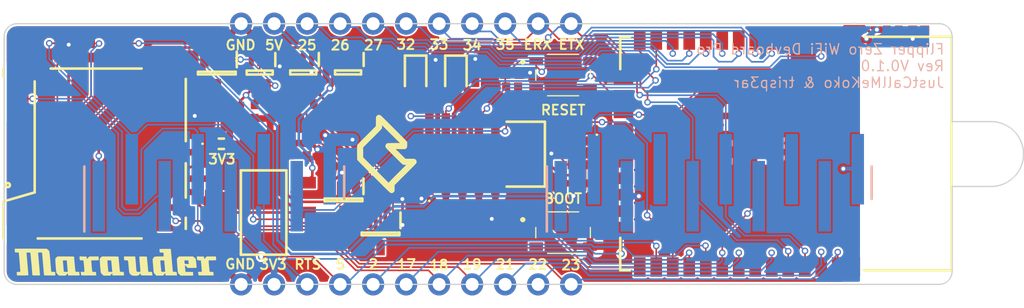
<source format=kicad_pcb>
(kicad_pcb (version 20221018) (generator pcbnew)
  (layers (0 "F.Cu" signal) (31 "B.Cu" signal) (34 "B.Paste" user) (35 "F.Paste" user) (36 "B.SilkS" user "B.Silkscreen") (37 "F.SilkS" user "F.Silkscreen") (38 "B.Mask" user) (39 "F.Mask" user) (44 "Edge.Cuts" user))
  (net 0 "")
  (net 1 "GND")
  (net 2 "RESET")
  (net 3 "+3V3")
  (net 4 "+5V")
  (net 5 "+LDO_3V3")
  (net 7 "GPIO39")
  (net 8 "GPIO34")
  (net 9 "GPIO35")
  (net 10 "GPIO32")
  (net 11 "GPIO33")
  (net 12 "GPIO25")
  (net 13 "GPIO26")
  (net 14 "GPIO27")
  (net 15 "TMS")
  (net 16 "TDI")
  (net 17 "TCK")
  (net 24 "TDO")
  (net 25 "GPIO02")
  (net 26 "Net-(IC1-Pad25)")
  (net 27 "GPIO04")
  (net 28 "GPIO16")
  (net 29 "GPIO17")
  (net 30 "GPIO05")
  (net 31 "GPIO18")
  (net 32 "GPIO19")
  (net 34 "GPIO21")
  (net 35 "TX")
  (net 36 "RX")
  (net 37 "GPIO22")
  (net 38 "GPIO23")
  (net 39 "Net-(IC2-Pad1)")
  (net 40 "+ext_3V3")
  (net 41 "Net-(IC4-Pad1)")
  (net 42 "Net-(IC5-Pad1)")
  (net 43 "+ext_5V")
  (net 44 "FLP_GPIO_0")
  (net 45 "GPIO36")
  (net 46 "GPIO017")
  (net 49 "Net-(J6-Pad2)")
  (net 50 "Net-(J6-Pad3)")
  (net 51 "Net-(J6-Pad5)")
  (net 54 "Net-(LED1-Pad3)")
  (net 55 "Net-(LED2-Pad2)")
  (net 56 "Net-(LED3-Pad2)")
  (net 57 "Net-(LED4-Pad1)")
  (net 58 "Net-(R7-Pad2)")
  (net 59 "Net-(R9-Pad2)")
  (net 60 "Net-(R11-Pad2)")
  (footprint "Libraries:RESC1005X40N" (layer "F.Cu") (at 134.96 96.59 90)
    (fp_text reference "R10" hide)
    (fp_text value "100K" hide)
  )
  (footprint "Libraries:RESC1005X40N" (layer "F.Cu") (at 127.05 96.95)
    (fp_text reference "R15" hide)
    (fp_text value "1K" hide)
  )
  (footprint "Libraries:RESC1005X40N" (layer "F.Cu") (at 150.11 104.89 180)
    (fp_text reference "R6" hide)
    (fp_text value "10k" hide)
  )
  (footprint "Libraries:CAPC1005X55N" (layer "F.Cu") (at 116.54 92.27 180)
    (fp_text reference "C7" hide)
    (fp_text value "100n" hide)
  )
  (footprint "Libraries:RESC1005X40N" (layer "F.Cu") (at 115.3 91.9 -90)
    (fp_text reference "R5" hide)
    (fp_text value "1K" hide)
  )
  (footprint "SamacSys_Parts:SOT96P240X120-3N" (layer "F.Cu") (at 127.5 93.65 -90)
    (fp_text reference "IC2" hide)
    (fp_text value "DMP1045U-7" hide)
  )
  (footprint "SamacSys_Parts:SOT96P240X120-3N" (layer "F.Cu") (at 137.25 103.425 -90)
    (fp_text reference "IC4" hide)
    (fp_text value "DMP1045U-7" hide)
  )
  (footprint "Connector_PinHeader_2.54mm:PinHeader_1x11_P2.54mm_Vertical" (layer "F.Cu") (at 129.37 109.94 90)
    (fp_text reference "J4" hide)
    (fp_text value "Conn_01x11" hide)
  )
  (footprint "Libraries:CAPC1005X55N" (layer "F.Cu") (at 136.225 96.6 90)
    (fp_text reference "C11" hide)
    (fp_text value "100n" hide)
  )
  (footprint "SamacSys_Parts:CAPC1005X80N" (layer "F.Cu") (at 181.525 90.35 180)
    (fp_text reference "C2" hide)
    (fp_text value "22uF" hide)
  )
  (footprint "Libraries:503398-1892" (layer "F.Cu") (at 111.06 106.4 90)
    (fp_text reference "J6" hide)
    (fp_text value "503398-1892" hide)
  )
  (footprint "Libraries:WS2812B2020" (layer "F.Cu") (at 155.4 99.8 90)
    (fp_text reference "LED1" hide)
    (fp_text value "WS2812B-2020" hide)
  )
  (footprint "Libraries:RESC1005X40N" (layer "F.Cu") (at 117.82 91.9 -90)
    (fp_text reference "R4" hide)
    (fp_text value "1K" hide)
  )
  (footprint "SamacSys_Parts:CAPC1005X70N" (layer "F.Cu") (at 133.1 99.5 -90)
    (fp_text reference "C6" hide)
    (fp_text value "10uF" hide)
  )
  (footprint "Libraries:ESP32WROOM32EN4" (layer "F.Cu") (at 171.3 99.85 -90)
    (fp_text reference "IC1" hide)
    (fp_text value "ESP32-WROOM-32E-N4" hide)
  )
  (footprint "SamacSys_Parts:19217R6CAL1M2VY3T" (layer "F.Cu") (at 127.85 99.1 180)
    (fp_text reference "LED4" hide)
    (fp_text value "3V3" hide)
  )
  (footprint "Libraries:RESC1005X40N" (layer "F.Cu") (at 155.4 97.43 180)
    (fp_text reference "R2" hide)
    (fp_text value "220" hide)
  )
  (footprint "Libraries:322010030000" (layer "F.Cu") (at 146.4 99.9)
    (fp_text reference "J1" hide)
    (fp_text value "3220-10-0300-00" hide)
  )
  (footprint "SamacSys_Parts:CAPC1005X80N" (layer "F.Cu") (at 126.1 102.25 -90)
    (fp_text reference "C5" hide)
    (fp_text value "22uF" hide)
  )
  (footprint "SamacSys_Parts:SOT96P240X120-3N" (layer "F.Cu") (at 140.1 106.05 -90)
    (fp_text reference "IC5" hide)
    (fp_text value "DMP1045U-7" hide)
  )
  (footprint "SamacSys_Parts:LEDC1608X50N" (layer "F.Cu") (at 142.8 93.85 -90)
    (fp_text reference "LED2" hide)
    (fp_text value "TX" hide)
  )
  (footprint "Libraries:SKRPABE010" (layer "F.Cu") (at 154.15 105.95)
    (fp_text reference "S2" hide)
    (fp_text value "SKRPABE010" hide)
  )
  (footprint "Libraries:CAPC1005X55N" (layer "F.Cu") (at 155.39 102.15)
    (fp_text reference "C4" hide)
    (fp_text value "100nF" hide)
  )
  (footprint "SamacSys_Parts:SOT230P700X180-4N" (layer "F.Cu") (at 131.1 104.4 180)
    (fp_text reference "IC3" hide)
    (fp_text value "AZ1117H-3.3TRE1" hide)
  )
  (footprint "Libraries:CAPC1005X55N" (layer "F.Cu") (at 179.525 90.3)
    (fp_text reference "C3" hide)
    (fp_text value "100n" hide)
  )
  (footprint "" (layer "F.Cu") (at 187.1 99.9)
    (fp_text reference "")
    (fp_text value "")
  )
  (footprint "Libraries:CAPC1005X55N" (layer "F.Cu") (at 129.29 96.62 90)
    (fp_text reference "C8" hide)
    (fp_text value "100n" hide)
  )
  (footprint "SamacSys_Parts:SOT65P210X110-6N" (layer "F.Cu") (at 137.6 93.6 -90)
    (fp_text reference "U3" hide)
    (fp_text value "MMDT2907A-7-F" hide)
  )
  (footprint "Libraries:SKRPABE010" (layer "F.Cu") (at 154.15 93.8)
    (fp_text reference "S1" hide)
    (fp_text value "SKRPABE010" hide)
  )
  (footprint "Libraries:RESC1005X40N" (layer "F.Cu") (at 150.25 93.8)
    (fp_text reference "R1" hide)
    (fp_text value "10k" hide)
  )
  (footprint "Libraries:CAPC1005X55N" (layer "F.Cu") (at 134.42 99.51 -90)
    (fp_text reference "C9" hide)
    (fp_text value "100n" hide)
  )
  (footprint "Libraries:RESC1005X40N" (layer "F.Cu") (at 131.61 96.6 90)
    (fp_text reference "R8" hide)
    (fp_text value "100K" hide)
  )
  (footprint "Connector_PinHeader_2.54mm:PinHeader_1x11_P2.54mm_Vertical" (layer "F.Cu") (at 129.37 89.84 90)
    (fp_text reference "J5" hide)
    (fp_text value "Conn_01x11" hide)
  )
  (footprint "Libraries:RESC1005X40N" (layer "F.Cu") (at 138.4 96.6 90)
    (fp_text reference "R12" hide)
    (fp_text value "100K" hide)
  )
  (footprint "Libraries:CAPC1005X60N" (layer "F.Cu") (at 150.23 94.69 180)
    (fp_text reference "C1" hide)
    (fp_text value "1u" hide)
  )
  (footprint "Libraries:RESC1005X40N" (layer "F.Cu") (at 137.2 96.6 90)
    (fp_text reference "R11" hide)
    (fp_text value "100K" hide)
  )
  (footprint "Libraries:CAPC1005X55N" (layer "F.Cu") (at 133 96.625 90)
    (fp_text reference "C10" hide)
    (fp_text value "100n" hide)
  )
  (footprint "Libraries:RESC1005X40N" (layer "F.Cu") (at 144.35 93.85 -90)
    (fp_text reference "R13" hide)
    (fp_text value "1K" hide)
  )
  (footprint "Libraries:RESC1005X40N" (layer "F.Cu") (at 147.4 93.8 -90)
    (fp_text reference "R14" hide)
    (fp_text value "1K" hide)
  )
  (footprint "SamacSys_Parts:SOT65P210X110-6N" (layer "F.Cu") (at 134.15 93.6 -90)
    (fp_text reference "U2" hide)
    (fp_text value "MMDT2907A-7-F" hide)
  )
  (footprint "Libraries:RESC1005X40N" (layer "F.Cu") (at 133.79 96.59 90)
    (fp_text reference "R9" hide)
    (fp_text value "100K" hide)
  )
  (footprint "SamacSys_Parts:SOT65P210X110-6N" (layer "F.Cu") (at 130.8 93.61 -90)
    (fp_text reference "U1" hide)
    (fp_text value "MMDT2907A-7-F" hide)
  )
  (footprint "Libraries:RESC1005X40N" (layer "F.Cu") (at 119.9 91.91 -90)
    (fp_text reference "R3" hide)
    (fp_text value "1K" hide)
  )
  (footprint "Libraries:RESC1005X40N" (layer "F.Cu") (at 130.41 96.61 90)
    (fp_text reference "R7" hide)
    (fp_text value "100K" hide)
  )
  (footprint "SamacSys_Parts:LEDC1608X50N" (layer "F.Cu") (at 145.9 93.85 -90)
    (fp_text reference "LED3" hide)
    (fp_text value "RX" hide)
  )
  (footprint "Libraries:HUSRSP10W66P254_2500X250X850P" (layer "B.Cu") (at 165.4 102.1)
    (fp_text reference "J3" hide)
    (fp_text value "DZ254S-11-10-48" hide)
  )
  (footprint "Libraries:HUSRSP8W66P254_2000X250X850P" (layer "B.Cu") (at 127.3 102.1)
    (fp_text reference "J2" hide)
    (fp_text value "X6511WVS-08H-C60D48R2" hide)
  )
  (gr_poly (pts (xy 123.986996 107.533476) (xy 124.066159 108.413586) (xy 124.115054 108.960744) (xy 124.257083 108.967729) (xy 124.281729 108.969002) (xy 124.303422 108.970271) (xy 124.322373 108.971643) (xy 124.338793 108.973223) (xy 124.34612 108.974124) (xy 124.352893 108.975116) (xy 124.35914 108.976213) (xy 124.364886 108.977429) (xy 124.370158 108.978776) (xy 124.374983 108.980267) (xy 124.379386 108.981916) (xy 124.383395 108.983736) (xy 124.387035 108.985741) (xy 124.390333 108.987942) (xy 124.393316 108.990355) (xy 124.396009 108.992991) (xy 124.39844 108.995864) (xy 124.400635 108.998987) (xy 124.402621 109.002374) (xy 124.404422 109.006037) (xy 124.406067 109.009991) (xy 124.407582 109.014247) (xy 124.408992 109.01882) (xy 124.410325 109.023723) (xy 124.412864 109.034569) (xy 124.41541 109.046892) (xy 124.418015 109.062631) (xy 124.420539 109.079817) (xy 124.422899 109.097929) (xy 124.425013 109.116451) (xy 124.426801 109.134864) (xy 124.428178 109.15265) (xy 124.429065 109.169289) (xy 124.429379 109.184264) (xy 124.429379 109.251786) (xy 123.544612 109.251786) (xy 123.544612 109.170294) (xy 123.544532 109.162089) (xy 123.544298 109.154091) (xy 123.543921 109.146346) (xy 123.543411 109.138898) (xy 123.542779 109.131791) (xy 123.542034 109.125069) (xy 123.541186 109.118777) (xy 123.540247 109.112959) (xy 123.539225 109.107659) (xy 123.538132 109.102923) (xy 123.536978 109.098793) (xy 123.535772 109.095315) (xy 123.535153 109.093834) (xy 123.534526 109.092532) (xy 123.53389 109.091416) (xy 123.533248 109.09049) (xy 123.532601 109.08976) (xy 123.531951 109.089232) (xy 123.531297 109.088911) (xy 123.530643 109.088803) (xy 123.529682 109.088917) (xy 123.528548 109.089258) (xy 123.525786 109.090594) (xy 123.522396 109.092762) (xy 123.518419 109.095715) (xy 123.513896 109.099404) (xy 123.508869 109.103782) (xy 123.497463 109.114414) (xy 123.48453 109.127229) (xy 123.470396 109.141845) (xy 123.45539 109.157879) (xy 123.439837 109.174951) (xy 123.363002 109.263427) (xy 122.843784 109.263427) (xy 122.739009 109.153996) (xy 122.728266 109.142138) (xy 122.717895 109.130185) (xy 122.707939 109.118205) (xy 122.698445 109.106265) (xy 122.689455 109.094435) (xy 122.681014 109.082782) (xy 122.673167 109.071374) (xy 122.665957 109.06028) (xy 122.65943 109.049569) (xy 122.653629 109.039307) (xy 122.648599 109.029564) (xy 122.644384 109.020408) (xy 122.641028 109.011906) (xy 122.638576 109.004128) (xy 122.637073 108.99714) (xy 122.636691 108.993965) (xy 122.636562 108.991013) (xy 122.622301 108.816096) (xy 122.592324 108.471794) (xy 122.577813 108.318606) (xy 122.572121 108.256259) (xy 122.567476 108.202362) (xy 122.563882 108.156133) (xy 122.56248 108.135649) (xy 122.561342 108.116787) (xy 122.561163 108.113231) (xy 123.148795 108.113231) (xy 123.151915 108.166514) (xy 123.160218 108.266646) (xy 123.186048 108.542517) (xy 123.213625 108.810967) (xy 123.224111 108.901822) (xy 123.230287 108.942118) (xy 123.232115 108.945911) (xy 123.234976 108.949434) (xy 123.238866 108.952692) (xy 123.243784 108.955687) (xy 123.249725 108.958423) (xy 123.256685 108.960903) (xy 123.264662 108.963131) (xy 123.273652 108.96511) (xy 123.283652 108.966843) (xy 123.294657 108.968334) (xy 123.306666 108.969586) (xy 123.319673 108.970603) (xy 123.348673 108.971945) (xy 123.381629 108.972386) (xy 123.402383 108.972299) (xy 123.421056 108.972017) (xy 123.437751 108.971511) (xy 123.445389 108.971164) (xy 123.45257 108.970749) (xy 123.459308 108.970262) (xy 123.465616 108.9697) (xy 123.471506 108.969058) (xy 123.476991 108.968334) (xy 123.482083 108.967522) (xy 123.486796 108.96662) (xy 123.491143 108.965623) (xy 123.495135 108.964528) (xy 123.498787 108.96333) (xy 123.50211 108.962026) (xy 123.505118 108.960612) (xy 123.507823 108.959084) (xy 123.510238 108.957439) (xy 123.512376 108.955672) (xy 123.51425 108.95378) (xy 123.515872 108.951758) (xy 123.517255 108.949604) (xy 123.518413 108.947312) (xy 123.519357 108.94488) (xy 123.520101 108.942304) (xy 123.520658 108.939579) (xy 123.521039 108.936702) (xy 123.521259 108.933669) (xy 123.521329 108.930476) (xy 123.518491 108.886056) (xy 123.510851 108.793395) (xy 123.486404 108.518361) (xy 123.461957 108.246237) (xy 123.454317 108.15656) (xy 123.452216 108.129143) (xy 123.451479 108.115559) (xy 123.45093 108.112176) (xy 123.449273 108.109011) (xy 123.446491 108.106064) (xy 123.442566 108.103335) (xy 123.437481 108.100825) (xy 123.43122 108.098533) (xy 123.423764 108.09646) (xy 123.415099 108.094604) (xy 123.405205 108.092967) (xy 123.394066 108.091548) (xy 123.381666 108.090348) (xy 123.367986 108.089366) (xy 123.336722 108.088056) (xy 123.300137 108.087619) (xy 123.282322 108.087728) (xy 123.265558 108.088051) (xy 123.249857 108.088586) (xy 123.235235 108.089329) (xy 123.221704 108.090277) (xy 123.209278 108.091426) (xy 123.19797 108.092772) (xy 123.187795 108.094313) (xy 123.178766 108.096045) (xy 123.174685 108.096982) (xy 123.170896 108.097965) (xy 123.167401 108.098994) (xy 123.1642 108.100069) (xy 123.161296 108.101189) (xy 123.158691 108.102353) (xy 123.156385 108.103562) (xy 123.154382 108.104815) (xy 123.152682 108.106111) (xy 123.151287 108.107451) (xy 123.150199 108.108833) (xy 123.14942 108.110257) (xy 123.148952 108.111723) (xy 123.148795 108.113231) (xy 122.561163 108.113231) (xy 122.560468 108.09945) (xy 122.559859 108.083539) (xy 122.559515 108.068957) (xy 122.559436 108.055605) (xy 122.559624 108.043385) (xy 122.560078 108.0322) (xy 122.560799 108.021951) (xy 122.561787 108.01254) (xy 122.563044 108.003869) (xy 122.564568 107.99584) (xy 122.566361 107.988355) (xy 122.568422 107.981316) (xy 122.570754 107.974625) (xy 122.573355 107.968184) (xy 122.576226 107.961895) (xy 122.579368 107.955659) (xy 122.582781 107.949379) (xy 122.586466 107.942957) (xy 122.594652 107.929293) (xy 122.60981 107.905417) (xy 122.624239 107.884318) (xy 122.638517 107.865824) (xy 122.653224 107.849765) (xy 122.668942 107.835972) (xy 122.686249 107.824272) (xy 122.705725 107.814496) (xy 122.727949 107.806473) (xy 122.753503 107.800033) (xy 122.782965 107.795004) (xy 122.816916 107.791217) (xy 122.855935 107.788501) (xy 122.900602 107.786686) (xy 122.951497 107.7856) (xy 123.074289 107.784936) (xy 123.407241 107.784936) (xy 123.400256 107.638251) (xy 123.393271 107.493894) (xy 123.251242 107.486909) (xy 123.109214 107.479924) (xy 123.092915 107.372821) (xy 123.087786 107.329092) (xy 123.083311 107.288419) (xy 123.081524 107.270729) (xy 123.080146 107.255604) (xy 123.079259 107.243644) (xy 123.078945 107.235449) (xy 123.079973 107.230863) (xy 123.083242 107.226695) (xy 123.089029 107.222931) (xy 123.097608 107.219551) (xy 123.109257 107.21654) (xy 123.124252 107.21388) (xy 123.165385 107.209547) (xy 123.223216 107.206413) (xy 123.299955 107.204344) (xy 123.397814 107.203203) (xy 123.519001 107.202853) (xy 123.956727 107.202853)) (fill solid) (layer "F.SilkS"))
  (gr_poly (pts (xy 126.240822 107.789593) (xy 126.513237 107.796578) (xy 126.520221 107.882726) (xy 126.521147 107.891777) (xy 126.522172 107.900566) (xy 126.523286 107.909047) (xy 126.524478 107.917178) (xy 126.525739 107.924913) (xy 126.527057 107.932207) (xy 126.528423 107.939018) (xy 126.529827 107.9453) (xy 126.531257 107.951009) (xy 126.532705 107.9561) (xy 126.53416 107.96053) (xy 126.535611 107.964254) (xy 126.536332 107.965837) (xy 126.537049 107.967227) (xy 126.537759 107.968419) (xy 126.538463 107.969406) (xy 126.539157 107.970184) (xy 126.539842 107.970746) (xy 126.540516 107.971088) (xy 126.541178 107.971203) (xy 126.542888 107.970719) (xy 126.54537 107.969302) (xy 126.548575 107.966997) (xy 126.552455 107.963854) (xy 126.56205 107.955241) (xy 126.573773 107.943845) (xy 126.587243 107.930047) (xy 126.602077 107.914231) (xy 126.617894 107.896778) (xy 126.63431 107.878069) (xy 126.715802 107.784936) (xy 127.425944 107.784936) (xy 127.439913 107.917651) (xy 127.442305 107.944399) (xy 127.444206 107.970111) (xy 127.445562 107.994186) (xy 127.446317 108.016023) (xy 127.446452 108.025915) (xy 127.446417 108.035022) (xy 127.446204 108.043271) (xy 127.445808 108.050584) (xy 127.44522 108.056888) (xy 127.444434 108.062107) (xy 127.443444 108.066167) (xy 127.44287 108.067739) (xy 127.442242 108.068992) (xy 127.439511 108.070736) (xy 127.434034 108.072467) (xy 127.41543 108.075832) (xy 127.387604 108.078979) (xy 127.351728 108.081798) (xy 127.308977 108.084181) (xy 127.260523 108.086019) (xy 127.20754 108.087201) (xy 127.151201 108.087619) (xy 126.874128 108.087619) (xy 126.874128 108.185409) (xy 126.874865 108.212408) (xy 126.876966 108.250348) (xy 126.884606 108.352176) (xy 126.895738 108.477142) (xy 126.909054 108.611494) (xy 126.933501 108.846365) (xy 126.941141 108.921563) (xy 126.943978 108.953759) (xy 126.944168 108.954632) (xy 126.94473 108.955504) (xy 126.946939 108.957242) (xy 126.950532 108.958967) (xy 126.955438 108.960671) (xy 126.961586 108.962348) (xy 126.968903 108.963991) (xy 126.986762 108.967147) (xy 127.00844 108.970085) (xy 127.033365 108.97275) (xy 127.060964 108.975087) (xy 127.090664 108.977042) (xy 127.23502 108.984027) (xy 127.242005 109.116742) (xy 127.248991 109.251786) (xy 126.664578 109.251786) (xy 126.503196 109.251531) (xy 126.434483 109.251172) (xy 126.373246 109.250622) (xy 126.319103 109.249853) (xy 126.271673 109.248839) (xy 126.230572 109.247552) (xy 126.19542 109.245965) (xy 126.165833 109.24405) (xy 126.141431 109.241781) (xy 126.131055 109.240505) (xy 126.121831 109.23913) (xy 126.113713 109.237653) (xy 126.106652 109.23607) (xy 126.1006 109.234377) (xy 126.09551 109.232573) (xy 126.091334 109.230652) (xy 126.088025 109.228612) (xy 126.085534 109.226449) (xy 126.083814 109.22416) (xy 126.082817 109.221741) (xy 126.082495 109.219189) (xy 126.082181 109.21099) (xy 126.081294 109.198998) (xy 126.07813 109.165928) (xy 126.068526 109.079489) (xy 126.052227 108.972386) (xy 126.338611 108.972386) (xy 126.338611 108.883909) (xy 126.336965 108.835273) (xy 126.332427 108.761999) (xy 126.317075 108.568711) (xy 126.297357 108.358397) (xy 126.278076 108.185409) (xy 126.266434 108.087619) (xy 126.143032 108.087619) (xy 126.130794 108.087485) (xy 126.11858 108.087087) (xy 126.106468 108.086437) (xy 126.094537 108.085546) (xy 126.082865 108.084422) (xy 126.071531 108.083076) (xy 126.060613 108.081519) (xy 126.05019 108.079761) (xy 126.040339 108.077812) (xy 126.03114 108.075682) (xy 126.022671 108.073381) (xy 126.01501 108.070921) (xy 126.008236 108.06831) (xy 126.002427 108.065559) (xy 125.997662 108.062679) (xy 125.995695 108.061193) (xy 125.994019 108.059679) (xy 125.991019 108.056035) (xy 125.988139 108.051266) (xy 125.985388 108.045447) (xy 125.982777 108.038651) (xy 125.980316 108.030956) (xy 125.978016 108.022435) (xy 125.975886 108.013164) (xy 125.973937 108.003217) (xy 125.972178 107.99267) (xy 125.970621 107.981598) (xy 125.968152 107.958178) (xy 125.96661 107.933558) (xy 125.966078 107.908337) (xy 125.966078 107.782608)) (fill solid) (layer "F.SilkS"))
  (gr_poly (pts (xy 119.476223 107.785191) (xy 119.552006 107.78555) (xy 119.619406 107.7861) (xy 119.678866 107.786869) (xy 119.73083 107.787883) (xy 119.77574 107.78917) (xy 119.81404 107.790757) (xy 119.846174 107.792671) (xy 119.872585 107.79494) (xy 119.883783 107.796217) (xy 119.893716 107.797592) (xy 119.90244 107.799069) (xy 119.910011 107.800652) (xy 119.916484 107.802344) (xy 119.921913 107.804149) (xy 119.926355 107.80607) (xy 119.929866 107.80811) (xy 119.932499 107.810273) (xy 119.934312 107.812562) (xy 119.935359 107.814981) (xy 119.935696 107.817533) (xy 119.950757 108.020098) (xy 119.98459 108.397288) (xy 120.02017 108.765746) (xy 120.033295 108.889403) (xy 120.040471 108.942118) (xy 120.042297 108.945911) (xy 120.04515 108.949434) (xy 120.049019 108.952692) (xy 120.053895 108.955687) (xy 120.059766 108.958423) (xy 120.066623 108.960903) (xy 120.074456 108.963131) (xy 120.083254 108.96511) (xy 120.093007 108.966843) (xy 120.103704 108.968334) (xy 120.115336 108.969586) (xy 120.127892 108.970603) (xy 120.155737 108.971945) (xy 120.187156 108.972386) (xy 120.324528 108.972386) (xy 120.340825 109.060863) (xy 120.343431 109.078989) (xy 120.345955 109.098043) (xy 120.348316 109.117425) (xy 120.35043 109.136533) (xy 120.352217 109.154769) (xy 120.353595 109.171531) (xy 120.354482 109.18622) (xy 120.354795 109.198234) (xy 120.354795 109.251786) (xy 119.472358 109.251786) (xy 119.456059 109.167966) (xy 119.439761 109.081817) (xy 119.365254 109.172623) (xy 119.288419 109.263427) (xy 118.773857 109.263427) (xy 118.680724 109.172623) (xy 118.670773 109.162948) (xy 118.661033 109.153177) (xy 118.651553 109.14338) (xy 118.64238 109.133623) (xy 118.633561 109.123975) (xy 118.625145 109.114505) (xy 118.617178 109.10528) (xy 118.60971 109.09637) (xy 118.602788 109.087841) (xy 118.596459 109.079762) (xy 118.590771 109.072202) (xy 118.585772 109.065228) (xy 118.58151 109.058909) (xy 118.578032 109.053314) (xy 118.575386 109.048509) (xy 118.573621 109.044564) (xy 118.567897 109.01831) (xy 118.561333 108.97445) (xy 118.546481 108.844255) (xy 118.530647 108.674659) (xy 118.515413 108.486346) (xy 118.502361 108.299998) (xy 118.493075 108.136296) (xy 118.492778 108.127201) (xy 119.074213 108.127201) (xy 119.07705 108.173804) (xy 119.08469 108.26952) (xy 119.109138 108.553286) (xy 119.133585 108.829484) (xy 119.141225 108.917052) (xy 119.144063 108.953759) (xy 119.144266 108.954837) (xy 119.144868 108.955887) (xy 119.147228 108.957902) (xy 119.151061 108.959801) (xy 119.156286 108.961581) (xy 119.162821 108.963238) (xy 119.170584 108.964769) (xy 119.189465 108.967438) (xy 119.212275 108.969562) (xy 119.23836 108.971112) (xy 119.267064 108.972063) (xy 119.297732 108.972386) (xy 119.453731 108.972386) (xy 119.439761 108.848984) (xy 119.422298 108.669702) (xy 119.397851 108.406601) (xy 119.369911 108.087619) (xy 119.223226 108.087619) (xy 119.200832 108.087706) (xy 119.180724 108.087983) (xy 119.162786 108.088479) (xy 119.154593 108.088817) (xy 119.1469 108.08922) (xy 119.139691 108.089691) (xy 119.132952 108.090234) (xy 119.126668 108.090852) (xy 119.120825 108.091548) (xy 119.115408 108.092326) (xy 119.110403 108.09319) (xy 119.105795 108.094142) (xy 119.10157 108.095186) (xy 119.097714 108.096326) (xy 119.094211 108.097565) (xy 119.091048 108.098906) (xy 119.08821 108.100352) (xy 119.085682 108.101908) (xy 119.08345 108.103576) (xy 119.081499 108.105361) (xy 119.079815 108.107264) (xy 119.078384 108.109291) (xy 119.07719 108.111444) (xy 119.07622 108.113726) (xy 119.075459 108.116141) (xy 119.074892 108.118693) (xy 119.074505 108.121384) (xy 119.074283 108.124219) (xy 119.074213 108.127201) (xy 118.492778 108.127201) (xy 118.489137 108.015923) (xy 118.489668 107.978448) (xy 118.492129 107.959561) (xy 118.494659 107.954059) (xy 118.49785 107.948074) (xy 118.501655 107.941665) (xy 118.506026 107.934895) (xy 118.510916 107.927825) (xy 118.516277 107.920516) (xy 118.52206 107.913029) (xy 118.528218 107.905427) (xy 118.534704 107.89777) (xy 118.54147 107.89012) (xy 118.548468 107.882538) (xy 118.555649 107.875086) (xy 118.562967 107.867825) (xy 118.570374 107.860816) (xy 118.577822 107.854121) (xy 118.585263 107.847801) (xy 118.659769 107.784936) (xy 119.297732 107.784936)) (fill solid) (layer "F.SilkS"))
  (gr_poly (pts (xy 113.178873 107.184226) (xy 114.405904 107.191211) (xy 114.489724 107.256404) (xy 114.4985 107.263214) (xy 114.507323 107.270502) (xy 114.516133 107.278198) (xy 114.524868 107.286236) (xy 114.533466 107.294547) (xy 114.541866 107.303062) (xy 114.550007 107.311713) (xy 114.557828 107.320433) (xy 114.565267 107.329153) (xy 114.572262 107.337805) (xy 114.578752 107.34632) (xy 114.584677 107.354631) (xy 114.589973 107.362668) (xy 114.594581 107.370365) (xy 114.598439 107.377653) (xy 114.601484 107.384462) (xy 114.607864 107.412612) (xy 114.616291 107.468646) (xy 114.637864 107.651057) (xy 114.663367 107.905063) (xy 114.689961 108.204036) (xy 114.755154 108.960744) (xy 114.906496 108.972386) (xy 115.057837 108.984027) (xy 115.064823 109.116742) (xy 115.071808 109.251786) (xy 114.641066 109.251786) (xy 114.499438 109.251681) (xy 114.441952 109.251433) (xy 114.392516 109.250949) (xy 114.370621 109.250594) (xy 114.350502 109.250152) (xy 114.332081 109.249611) (xy 114.315281 109.248962) (xy 114.300022 109.248195) (xy 114.286227 109.247301) (xy 114.273816 109.24627) (xy 114.262712 109.245092) (xy 114.252835 109.243757) (xy 114.244108 109.242255) (xy 114.236451 109.240576) (xy 114.233 109.239668) (xy 114.229788 109.238712) (xy 114.226803 109.237706) (xy 114.224038 109.236651) (xy 114.221481 109.235544) (xy 114.219124 109.234384) (xy 114.216955 109.23317) (xy 114.214967 109.231902) (xy 114.213148 109.230576) (xy 114.211488 109.229194) (xy 114.209979 109.227752) (xy 114.20861 109.22625) (xy 114.207372 109.224687) (xy 114.206254 109.223062) (xy 114.205247 109.221373) (xy 114.204341 109.219619) (xy 114.202793 109.21591) (xy 114.201532 109.211928) (xy 114.200479 109.207661) (xy 114.199555 109.203099) (xy 114.198683 109.198234) (xy 114.189042 109.12049) (xy 114.172198 108.946483) (xy 114.126504 108.413586) (xy 114.080811 107.866719) (xy 114.063967 107.677214) (xy 114.054326 107.580043) (xy 114.040356 107.482253) (xy 113.891343 107.482253) (xy 113.87624 107.482333) (xy 113.861543 107.482571) (xy 113.84733 107.482959) (xy 113.83368 107.48349) (xy 113.820671 107.484157) (xy 113.808382 107.484954) (xy 113.796891 107.485874) (xy 113.786277 107.486909) (xy 113.776617 107.488054) (xy 113.767991 107.489301) (xy 113.760477 107.490644) (xy 113.754153 107.492075) (xy 113.749098 107.493588) (xy 113.74707 107.494374) (xy 113.74539 107.495177) (xy 113.744065 107.495997) (xy 113.743107 107.496833) (xy 113.742525 107.497685) (xy 113.742329 107.498551) (xy 113.812179 108.318124) (xy 113.839792 108.634195) (xy 113.861947 108.903118) (xy 113.876681 109.096079) (xy 113.882029 109.184264) (xy 113.882029 109.251786) (xy 113.590988 109.251786) (xy 113.544745 109.251724) (xy 113.503611 109.251513) (xy 113.467294 109.251111) (xy 113.450849 109.250825) (xy 113.435499 109.250476) (xy 113.421205 109.250059) (xy 113.407933 109.249569) (xy 113.395644 109.249) (xy 113.384303 109.248348) (xy 113.373872 109.247607) (xy 113.364315 109.246772) (xy 113.355596 109.245838) (xy 113.347677 109.244801) (xy 113.340522 109.243654) (xy 113.334094 109.242393) (xy 113.328358 109.241012) (xy 113.323275 109.239507) (xy 113.318809 109.237873) (xy 113.316796 109.237005) (xy 113.314924 109.236104) (xy 113.313188 109.235167) (xy 113.311583 109.234194) (xy 113.310106 109.233186) (xy 113.30875 109.23214) (xy 113.307512 109.231057) (xy 113.306387 109.229936) (xy 113.305371 109.228776) (xy 113.304458 109.227577) (xy 113.303645 109.226338) (xy 113.302927 109.225057) (xy 113.302298 109.223736) (xy 113.301756 109.222372) (xy 113.301294 109.220966) (xy 113.300909 109.219517) (xy 113.30035 109.216486) (xy 113.300041 109.213274) (xy 113.299946 109.209876) (xy 113.277608 108.916142) (xy 113.227768 108.342572) (xy 113.176181 107.777733) (xy 113.148604 107.510193) (xy 113.146777 107.506809) (xy 113.143916 107.503644) (xy 113.140025 107.500697) (xy 113.135107 107.497969) (xy 113.129166 107.495459) (xy 113.122206 107.493167) (xy 113.114229 107.491093) (xy 113.105239 107.489238) (xy 113.09524 107.4876) (xy 113.084234 107.486182) (xy 113.072226 107.484981) (xy 113.059218 107.483999) (xy 113.030219 107.482689) (xy 112.997263 107.482253) (xy 112.951151 107.482384) (xy 112.932494 107.482698) (xy 112.916499 107.483308) (xy 112.909434 107.483755) (xy 112.902958 107.484313) (xy 112.897045 107.484995) (xy 112.891669 107.485813) (xy 112.886805 107.48678) (xy 112.882426 107.487907) (xy 112.878508 107.489207) (xy 112.875025 107.490693) (xy 112.871951 107.492376) (xy 112.869261 107.49427) (xy 112.866929 107.496386) (xy 112.86493 107.498737) (xy 112.863237 107.501336) (xy 112.861826 107.504194) (xy 112.860671 107.507324) (xy 112.859745 107.510738) (xy 112.859025 107.514449) (xy 112.858483 107.51847) (xy 112.858096 107.522811) (xy 112.857835 107.527487) (xy 112.857597 107.537889) (xy 112.857563 107.549774) (xy 112.863238 107.638906) (xy 112.878518 107.831503) (xy 112.927413 108.413586) (xy 112.955025 108.724309) (xy 112.977181 108.98199) (xy 112.991915 109.15978) (xy 112.997263 109.230831) (xy 112.995058 109.232985) (xy 112.988572 109.235074) (xy 112.963538 109.239016) (xy 112.923715 109.242577) (xy 112.870659 109.245674) (xy 112.805925 109.248225) (xy 112.731069 109.250149) (xy 112.557208 109.251786) (xy 112.119481 109.251786) (xy 112.105511 109.133041) (xy 112.103873 109.120447) (xy 112.102451 109.108034) (xy 112.101239 109.095873) (xy 112.100236 109.084037) (xy 112.099437 109.072596) (xy 112.09884 109.061622) (xy 112.09844 109.051187) (xy 112.098235 109.041363) (xy 112.098221 109.03222) (xy 112.098394 109.023832) (xy 112.098752 109.016269) (xy 112.09929 109.009603) (xy 112.100006 109.003905) (xy 112.100895 108.999248) (xy 112.101955 108.995703) (xy 112.102548 108.994369) (xy 112.103183 108.993341) (xy 112.105135 108.991187) (xy 112.108326 108.989098) (xy 112.112683 108.987084) (xy 112.118135 108.985155) (xy 112.12461 108.983322) (xy 112.132037 108.981595) (xy 112.140343 108.979983) (xy 112.149458 108.978498) (xy 112.169827 108.975947) (xy 112.192569 108.974023) (xy 112.217112 108.972809) (xy 112.242883 108.972386) (xy 112.368613 108.972386) (xy 112.368613 108.883909) (xy 112.355843 108.679598) (xy 112.32583 108.297169) (xy 112.291014 107.888547) (xy 112.263838 107.605654) (xy 112.249868 107.484581) (xy 112.105511 107.477596) (xy 111.961154 107.470611) (xy 111.947184 107.342553) (xy 111.944788 107.316673) (xy 111.942855 107.291802) (xy 111.941414 107.268514) (xy 111.94049 107.247382) (xy 111.940113 107.228978) (xy 111.940137 107.220978) (xy 111.940309 107.213876) (xy 111.94063 107.207742) (xy 111.941104 107.202648) (xy 111.941736 107.198666) (xy 111.942528 107.195868) (xy 111.970058 107.192598) (xy 112.044028 107.189792) (xy 112.310986 107.185681) (xy 112.702801 107.183753)) (fill solid) (layer "F.SilkS"))
  (gr_poly (pts (xy 116.053573 107.785191) (xy 116.129356 107.78555) (xy 116.196756 107.7861) (xy 116.256216 107.786869) (xy 116.30818 107.787883) (xy 116.35309 107.78917) (xy 116.39139 107.790757) (xy 116.423524 107.792671) (xy 116.449935 107.79494) (xy 116.461133 107.796217) (xy 116.471066 107.797592) (xy 116.479791 107.799069) (xy 116.487361 107.800652) (xy 116.493834 107.802344) (xy 116.499263 107.804149) (xy 116.503706 107.80607) (xy 116.507216 107.80811) (xy 116.50985 107.810273) (xy 116.511662 107.812562) (xy 116.512709 107.814981) (xy 116.513046 107.817533) (xy 116.528107 108.020098) (xy 116.561941 108.397288) (xy 116.597521 108.765746) (xy 116.610645 108.889403) (xy 116.617821 108.942118) (xy 116.619647 108.945911) (xy 116.6225 108.949434) (xy 116.62637 108.952692) (xy 116.631245 108.955687) (xy 116.637117 108.958423) (xy 116.643974 108.960903) (xy 116.651806 108.963131) (xy 116.660604 108.96511) (xy 116.670357 108.966843) (xy 116.681054 108.968334) (xy 116.692686 108.969586) (xy 116.705242 108.970603) (xy 116.733087 108.971945) (xy 116.764506 108.972386) (xy 116.901877 108.972386) (xy 116.918176 109.060863) (xy 116.920782 109.078989) (xy 116.923305 109.098043) (xy 116.925665 109.117425) (xy 116.92778 109.136533) (xy 116.929567 109.154769) (xy 116.930945 109.171531) (xy 116.931832 109.18622) (xy 116.932146 109.198234) (xy 116.932146 109.251786) (xy 116.049707 109.251786) (xy 116.033409 109.167966) (xy 116.017111 109.081817) (xy 115.942604 109.172623) (xy 115.865769 109.263427) (xy 115.351208 109.263427) (xy 115.258074 109.172623) (xy 115.248123 109.162948) (xy 115.238383 109.153177) (xy 115.228903 109.14338) (xy 115.219729 109.133623) (xy 115.210911 109.123975) (xy 115.202494 109.114505) (xy 115.194528 109.10528) (xy 115.18706 109.09637) (xy 115.180137 109.087841) (xy 115.173808 109.079762) (xy 115.168121 109.072202) (xy 115.163122 109.065228) (xy 115.15886 109.058909) (xy 115.155382 109.053314) (xy 115.152736 109.048509) (xy 115.150971 109.044564) (xy 115.145246 109.01831) (xy 115.138683 108.97445) (xy 115.123831 108.844255) (xy 115.107997 108.674659) (xy 115.092762 108.486346) (xy 115.079711 108.299998) (xy 115.070425 108.136296) (xy 115.070127 108.127201) (xy 115.651563 108.127201) (xy 115.6544 108.173804) (xy 115.66204 108.26952) (xy 115.686487 108.553286) (xy 115.710935 108.829484) (xy 115.718575 108.917052) (xy 115.721412 108.953759) (xy 115.721615 108.954837) (xy 115.722217 108.955887) (xy 115.724577 108.957902) (xy 115.728411 108.959801) (xy 115.733636 108.961581) (xy 115.740171 108.963238) (xy 115.747934 108.964769) (xy 115.766815 108.967438) (xy 115.789625 108.969562) (xy 115.81571 108.971112) (xy 115.844414 108.972063) (xy 115.875083 108.972386) (xy 116.031081 108.972386) (xy 116.017111 108.848984) (xy 115.999648 108.669702) (xy 115.975201 108.406601) (xy 115.947261 108.087619) (xy 115.800576 108.087619) (xy 115.778183 108.087706) (xy 115.758075 108.087983) (xy 115.740136 108.088479) (xy 115.731944 108.088817) (xy 115.72425 108.08922) (xy 115.717041 108.089691) (xy 115.710302 108.090234) (xy 115.704018 108.090852) (xy 115.698175 108.091548) (xy 115.692758 108.092326) (xy 115.687753 108.09319) (xy 115.683145 108.094142) (xy 115.67892 108.095186) (xy 115.675064 108.096326) (xy 115.671561 108.097565) (xy 115.668398 108.098906) (xy 115.66556 108.100352) (xy 115.663032 108.101908) (xy 115.6608 108.103576) (xy 115.658849 108.105361) (xy 115.657165 108.107264) (xy 115.655734 108.109291) (xy 115.65454 108.111444) (xy 115.65357 108.113726) (xy 115.652809 108.116141) (xy 115.652242 108.118693) (xy 115.651855 108.121384) (xy 115.651633 108.124219) (xy 115.651563 108.127201) (xy 115.070127 108.127201) (xy 115.066487 108.015923) (xy 115.067018 107.978448) (xy 115.069479 107.959561) (xy 115.072009 107.954059) (xy 115.0752 107.948074) (xy 115.079005 107.941665) (xy 115.083376 107.934895) (xy 115.088266 107.927825) (xy 115.093626 107.920516) (xy 115.09941 107.913029) (xy 115.105568 107.905427) (xy 115.112054 107.89777) (xy 115.11882 107.89012) (xy 115.125817 107.882538) (xy 115.132999 107.875086) (xy 115.140317 107.867825) (xy 115.147724 107.860816) (xy 115.155172 107.854121) (xy 115.162613 107.847801) (xy 115.237119 107.784936) (xy 115.875083 107.784936)) (fill solid) (layer "F.SilkS"))
  (gr_poly (pts (xy 117.206889 107.789593) (xy 117.479304 107.796578) (xy 117.486289 107.882726) (xy 117.487215 107.891777) (xy 117.48824 107.900566) (xy 117.489353 107.909047) (xy 117.490545 107.917178) (xy 117.491806 107.924913) (xy 117.493124 107.932207) (xy 117.49449 107.939018) (xy 117.495893 107.9453) (xy 117.497324 107.951009) (xy 117.498772 107.9561) (xy 117.500227 107.96053) (xy 117.501678 107.964254) (xy 117.502399 107.965837) (xy 117.503115 107.967227) (xy 117.503826 107.968419) (xy 117.504529 107.969406) (xy 117.505224 107.970184) (xy 117.505909 107.970746) (xy 117.506582 107.971088) (xy 117.507244 107.971203) (xy 117.508955 107.970719) (xy 117.511437 107.969302) (xy 117.514642 107.966997) (xy 117.518522 107.963854) (xy 117.528117 107.955241) (xy 117.539841 107.943845) (xy 117.553311 107.930047) (xy 117.568145 107.914231) (xy 117.583961 107.896778) (xy 117.600378 107.878069) (xy 117.681869 107.784936) (xy 118.392011 107.784936) (xy 118.405981 107.917651) (xy 118.408373 107.944399) (xy 118.410274 107.970111) (xy 118.411629 107.994186) (xy 118.412384 108.016023) (xy 118.412519 108.025915) (xy 118.412484 108.035022) (xy 118.412271 108.043271) (xy 118.411875 108.050584) (xy 118.411287 108.056888) (xy 118.410501 108.062107) (xy 118.409511 108.066167) (xy 118.408937 108.067739) (xy 118.408309 108.068992) (xy 118.405578 108.070736) (xy 118.400101 108.072467) (xy 118.381497 108.075832) (xy 118.353671 108.078979) (xy 118.317795 108.081798) (xy 118.275044 108.084181) (xy 118.22659 108.086019) (xy 118.173607 108.087201) (xy 118.117267 108.087619) (xy 117.840196 108.087619) (xy 117.840196 108.185409) (xy 117.840933 108.212408) (xy 117.843034 108.250348) (xy 117.850674 108.352176) (xy 117.861806 108.477142) (xy 117.875121 108.611494) (xy 117.899569 108.846365) (xy 117.907208 108.921563) (xy 117.910046 108.953759) (xy 117.910236 108.954632) (xy 117.910798 108.955504) (xy 117.913007 108.957242) (xy 117.9166 108.958967) (xy 117.921506 108.960671) (xy 117.927654 108.962348) (xy 117.934971 108.963991) (xy 117.952829 108.967147) (xy 117.974508 108.970085) (xy 117.999433 108.97275) (xy 118.027031 108.975087) (xy 118.056731 108.977042) (xy 118.201088 108.984027) (xy 118.208073 109.116742) (xy 118.215058 109.251786) (xy 117.630646 109.251786) (xy 117.469263 109.251531) (xy 117.40055 109.251172) (xy 117.339313 109.250622) (xy 117.28517 109.249853) (xy 117.237739 109.248839) (xy 117.196639 109.247552) (xy 117.161486 109.245965) (xy 117.1319 109.24405) (xy 117.107498 109.241781) (xy 117.097122 109.240505) (xy 117.087898 109.23913) (xy 117.07978 109.237653) (xy 117.072719 109.23607) (xy 117.066667 109.234377) (xy 117.061577 109.232573) (xy 117.057401 109.230652) (xy 117.054092 109.228612) (xy 117.051601 109.226449) (xy 117.049881 109.22416) (xy 117.048884 109.221741) (xy 117.048562 109.219189) (xy 117.048248 109.21099) (xy 117.047362 109.198998) (xy 117.044196 109.165928) (xy 117.034592 109.079489) (xy 117.018294 108.972386) (xy 117.304679 108.972386) (xy 117.304679 108.883909) (xy 117.303033 108.835273) (xy 117.298495 108.761999) (xy 117.283142 108.568711) (xy 117.263424 108.358397) (xy 117.244143 108.185409) (xy 117.232501 108.087619) (xy 117.109099 108.087619) (xy 117.096861 108.087485) (xy 117.084647 108.087087) (xy 117.072535 108.086437) (xy 117.060604 108.085546) (xy 117.048933 108.084422) (xy 117.037598 108.083076) (xy 117.02668 108.081519) (xy 117.016257 108.079761) (xy 117.006406 108.077812) (xy 116.997207 108.075682) (xy 116.988738 108.073381) (xy 116.981077 108.070921) (xy 116.974303 108.06831) (xy 116.968494 108.065559) (xy 116.963729 108.062679) (xy 116.961762 108.061193) (xy 116.960086 108.059679) (xy 116.957086 108.056035) (xy 116.954206 108.051266) (xy 116.951455 108.045447) (xy 116.948844 108.038651) (xy 116.946383 108.030956) (xy 116.944083 108.022435) (xy 116.941953 108.013164) (xy 116.940004 108.003217) (xy 116.938246 107.99267) (xy 116.936689 107.981598) (xy 116.934219 107.958178) (xy 116.932678 107.933558) (xy 116.932146 107.908337) (xy 116.932146 107.782608)) (fill solid) (layer "F.SilkS"))
  (gr_poly (pts (xy 125.754201 107.854786) (xy 125.764232 107.862388) (xy 125.774201 107.870307) (xy 125.784047 107.878478) (xy 125.79371 107.886837) (xy 125.803126 107.895319) (xy 125.812236 107.903858) (xy 125.820978 107.912391) (xy 125.829289 107.920852) (xy 125.83711 107.929177) (xy 125.844378 107.937301) (xy 125.851032 107.945158) (xy 125.857011 107.952685) (xy 125.862253 107.959816) (xy 125.866697 107.966487) (xy 125.870282 107.972632) (xy 125.872946 107.978187) (xy 125.876416 107.991112) (xy 125.880627 108.013367) (xy 125.890736 108.081071) (xy 125.902209 108.171694) (xy 125.913983 108.275632) (xy 125.924992 108.383281) (xy 125.934174 108.485037) (xy 125.940463 108.571294) (xy 125.942796 108.632449) (xy 125.942226 108.638239) (xy 125.940313 108.643409) (xy 125.936749 108.647991) (xy 125.931227 108.652022) (xy 125.92344 108.655534) (xy 125.913082 108.658561) (xy 125.899845 108.661138) (xy 125.883423 108.6633) (xy 125.839794 108.66651) (xy 125.779739 108.668466) (xy 125.700803 108.669439) (xy 125.600529 108.669702) (xy 125.260594 108.669702) (xy 125.160476 108.567256) (xy 125.141775 108.547581) (xy 125.124919 108.530457) (xy 125.109843 108.515871) (xy 125.096483 108.503809) (xy 125.090426 108.49872) (xy 125.084774 108.494257) (xy 125.079518 108.490418) (xy 125.07465 108.487201) (xy 125.070163 108.484605) (xy 125.066048 108.482629) (xy 125.062297 108.481269) (xy 125.058902 108.480525) (xy 125.055855 108.480396) (xy 125.053148 108.480878) (xy 125.050772 108.481971) (xy 125.04872 108.483672) (xy 125.046984 108.485981) (xy 125.045555 108.488895) (xy 125.044425 108.492413) (xy 125.043586 108.496533) (xy 125.04303 108.501253) (xy 125.04275 108.506571) (xy 125.042736 108.512487) (xy 125.042981 108.518997) (xy 125.044215 108.533797) (xy 125.046387 108.550957) (xy 125.051007 108.588429) (xy 125.057155 108.646419) (xy 125.06374 108.716633) (xy 125.06967 108.790776) (xy 125.085969 108.970057) (xy 125.379338 108.977042) (xy 125.675037 108.984027) (xy 125.675037 109.263427) (xy 124.711108 109.263427) (xy 124.617975 109.172623) (xy 124.608023 109.162948) (xy 124.598283 109.153177) (xy 124.588803 109.14338) (xy 124.579629 109.133623) (xy 124.57081 109.123975) (xy 124.562394 109.114505) (xy 124.554428 109.10528) (xy 124.546959 109.09637) (xy 124.540037 109.087841) (xy 124.533708 109.079762) (xy 124.52802 109.072202) (xy 124.523021 109.065228) (xy 124.518759 109.058909) (xy 124.515282 109.053314) (xy 124.512636 109.048509) (xy 124.510871 109.044564) (xy 124.505147 109.01831) (xy 124.498583 108.97445) (xy 124.483731 108.844255) (xy 124.467896 108.674659) (xy 124.452662 108.486346) (xy 124.439611 108.299998) (xy 124.43245 108.173768) (xy 125.011462 108.173768) (xy 125.011634 108.205866) (xy 125.01229 108.234213) (xy 125.013642 108.25904) (xy 125.015901 108.28058) (xy 125.017436 108.290189) (xy 125.019278 108.299063) (xy 125.021453 108.307231) (xy 125.023986 108.314723) (xy 125.026905 108.321566) (xy 125.030236 108.32779) (xy 125.034004 108.333424) (xy 125.038238 108.338497) (xy 125.042963 108.343038) (xy 125.048205 108.347076) (xy 125.053991 108.35064) (xy 125.060348 108.353759) (xy 125.067302 108.356461) (xy 125.074879 108.358777) (xy 125.083105 108.360734) (xy 125.092008 108.362362) (xy 125.111948 108.364748) (xy 125.134909 108.366164) (xy 125.161104 108.366844) (xy 125.190744 108.367019) (xy 125.344413 108.367019) (xy 125.328116 108.294841) (xy 125.32551 108.279002) (xy 125.322986 108.261553) (xy 125.320626 108.243067) (xy 125.318511 108.224118) (xy 125.316724 108.205277) (xy 125.315346 108.187119) (xy 125.314459 108.170216) (xy 125.314145 108.155141) (xy 125.31385 108.132854) (xy 125.313148 108.123836) (xy 125.31178 108.116105) (xy 125.310778 108.112691) (xy 125.309527 108.109561) (xy 125.307998 108.106702) (xy 125.306164 108.104104) (xy 125.303998 108.101753) (xy 125.301472 108.099637) (xy 125.298557 108.097743) (xy 125.295227 108.096059) (xy 125.291454 108.094574) (xy 125.28721 108.093274) (xy 125.277196 108.09118) (xy 125.264966 108.08968) (xy 125.250298 108.088674) (xy 125.232969 108.088064) (xy 125.212758 108.087751) (xy 125.162803 108.087619) (xy 125.011462 108.087619) (xy 125.011462 108.173768) (xy 124.43245 108.173768) (xy 124.430325 108.136296) (xy 124.426387 108.015923) (xy 124.426918 107.978448) (xy 124.429379 107.959561) (xy 124.431909 107.954059) (xy 124.4351 107.948074) (xy 124.438905 107.941665) (xy 124.443276 107.934895) (xy 124.448166 107.927825) (xy 124.453526 107.920516) (xy 124.45931 107.913029) (xy 124.465468 107.905427) (xy 124.471954 107.89777) (xy 124.478719 107.89012) (xy 124.485717 107.882538) (xy 124.492899 107.875086) (xy 124.500217 107.867825) (xy 124.507623 107.860816) (xy 124.515071 107.854121) (xy 124.522512 107.847801) (xy 124.597019 107.784936) (xy 125.65641 107.784936)) (fill solid) (layer "F.SilkS"))
  (gr_poly (pts (xy 121.225592 107.871084) (xy 121.23356 107.941443) (xy 121.245674 108.067246) (xy 121.259972 108.230593) (xy 121.274487 108.413586) (xy 121.290154 108.613409) (xy 121.296542 108.692544) (xy 121.302464 108.759234) (xy 121.30829 108.814533) (xy 121.311283 108.838239) (xy 121.314392 108.859494) (xy 121.317663 108.878427) (xy 121.321142 108.895171) (xy 121.324877 108.909857) (xy 121.328912 108.922618) (xy 121.333296 108.933584) (xy 121.338074 108.942889) (xy 121.343293 108.950663) (xy 121.348999 108.957038) (xy 121.355239 108.962146) (xy 121.362059 108.966119) (xy 121.369505 108.969088) (xy 121.377625 108.971185) (xy 121.386465 108.972542) (xy 121.396071 108.973291) (xy 121.406489 108.973564) (xy 121.417766 108.973491) (xy 121.472395 108.972386) (xy 121.612096 108.972386) (xy 121.612096 108.860626) (xy 121.607439 108.781244) (xy 121.597543 108.646419) (xy 121.583282 108.474923) (xy 121.565529 108.285527) (xy 121.557362 108.191567) (xy 121.550395 108.103117) (xy 121.544738 108.022199) (xy 121.540499 107.95083) (xy 121.537789 107.89103) (xy 121.536716 107.844818) (xy 121.536827 107.827438) (xy 121.537389 107.814213) (xy 121.538414 107.805394) (xy 121.539105 107.802716) (xy 121.539917 107.801234) (xy 121.543085 107.799543) (xy 121.548994 107.797965) (xy 121.568439 107.795159) (xy 121.597052 107.792844) (xy 121.633633 107.791048) (xy 121.67698 107.789797) (xy 121.725893 107.78912) (xy 121.779172 107.789042) (xy 121.835616 107.789593) (xy 122.112687 107.796578) (xy 122.163911 108.332094) (xy 122.183702 108.543609) (xy 122.2 108.725) (xy 122.21106 108.856624) (xy 122.214079 108.897634) (xy 122.215134 108.918834) (xy 122.215705 108.927493) (xy 122.216648 108.935173) (xy 122.218117 108.941933) (xy 122.220264 108.947829) (xy 122.22164 108.950472) (xy 122.223243 108.952921) (xy 122.225093 108.955183) (xy 122.227208 108.957265) (xy 122.229608 108.959176) (xy 122.232312 108.960921) (xy 122.235339 108.962509) (xy 122.238709 108.963946) (xy 122.246551 108.966397) (xy 122.255994 108.968334) (xy 122.267189 108.969814) (xy 122.280291 108.970894) (xy 122.295453 108.971634) (xy 122.312828 108.97209) (xy 122.354833 108.972386) (xy 122.369118 108.972467) (xy 122.383106 108.972709) (xy 122.396718 108.973107) (xy 122.409877 108.973659) (xy 122.422504 108.974361) (xy 122.43452 108.97521) (xy 122.445848 108.976202) (xy 122.456408 108.977334) (xy 122.466122 108.978602) (xy 122.474912 108.980003) (xy 122.482699 108.981534) (xy 122.489405 108.983191) (xy 122.494951 108.984971) (xy 122.497265 108.985905) (xy 122.499259 108.98687) (xy 122.500925 108.987863) (xy 122.502251 108.988885) (xy 122.503229 108.989935) (xy 122.503848 108.991013) (xy 122.50521 108.993374) (xy 122.506672 108.996915) (xy 122.50985 109.007238) (xy 122.513302 109.021381) (xy 122.516944 109.038743) (xy 122.520696 109.058725) (xy 122.524475 109.080726) (xy 122.528199 109.104146) (xy 122.531787 109.128384) (xy 122.548086 109.251786) (xy 122.105703 109.251786) (xy 121.949791 109.251554) (xy 121.886785 109.251003) (xy 121.832815 109.24993) (xy 121.808999 109.249144) (xy 121.78718 109.248162) (xy 121.76727 109.246963) (xy 121.749181 109.245524) (xy 121.732827 109.243824) (xy 121.71812 109.241842) (xy 121.704972 109.239555) (xy 121.693297 109.236943) (xy 121.683006 109.233982) (xy 121.674012 109.230652) (xy 121.666229 109.22693) (xy 121.659568 109.222795) (xy 121.656631 109.220566) (xy 121.653942 109.218226) (xy 121.65149 109.215771) (xy 121.649263 109.213199) (xy 121.645446 109.207695) (xy 121.642401 109.20169) (xy 121.640041 109.195164) (xy 121.63828 109.188094) (xy 121.63703 109.180458) (xy 121.636202 109.172236) (xy 121.635711 109.163405) (xy 121.635469 109.153943) (xy 121.635379 109.133041) (xy 121.635285 109.127352) (xy 121.635004 109.122072) (xy 121.634541 109.1172) (xy 121.633901 109.112736) (xy 121.63309 109.10868) (xy 121.63211 109.105031) (xy 121.630968 109.101789) (xy 121.629668 109.098953) (xy 121.628214 109.096522) (xy 121.626611 109.094498) (xy 121.624864 109.092878) (xy 121.622978 109.091663) (xy 121.620957 109.090852) (xy 121.618806 109.090445) (xy 121.61653 109.090441) (xy 121.614133 109.09084) (xy 121.61162 109.091641) (xy 121.608996 109.092845) (xy 121.606265 109.09445) (xy 121.603433 109.096456) (xy 121.600503 109.098863) (xy 121.597481 109.10167) (xy 121.59437 109.104878) (xy 121.591177 109.108484) (xy 121.587905 109.11249) (xy 121.58456 109.116894) (xy 121.581145 109.121697) (xy 121.577666 109.126897) (xy 121.570534 109.138489) (xy 121.563201 109.151667) (xy 121.55375 109.16725) (xy 121.542823 109.181704) (xy 121.530361 109.195046) (xy 121.516307 109.207293) (xy 121.500601 109.218462) (xy 121.483187 109.228571) (xy 121.464006 109.237636) (xy 121.443001 109.245674) (xy 121.420112 109.252703) (xy 121.395283 109.258739) (xy 121.368456 109.2638) (xy 121.339572 109.267902) (xy 121.308573 109.271063) (xy 121.275401 109.2733) (xy 121.239999 109.27463) (xy 121.202309 109.275069) (xy 121.164713 109.274623) (xy 121.129539 109.273245) (xy 121.096643 109.270879) (xy 121.065883 109.267466) (xy 121.037114 109.262947) (xy 121.023432 109.260255) (xy 121.010194 109.257266) (xy 120.997382 109.25397) (xy 120.984979 109.250363) (xy 120.972966 109.246436) (xy 120.961326 109.242181) (xy 120.950041 109.237593) (xy 120.939092 109.232663) (xy 120.928463 109.227384) (xy 120.918134 109.221749) (xy 120.908088 109.215751) (xy 120.898308 109.209383) (xy 120.888775 109.202637) (xy 120.879471 109.195506) (xy 120.870378 109.187982) (xy 120.86148 109.180059) (xy 120.852757 109.17173) (xy 120.844191 109.162986) (xy 120.835766 109.153822) (xy 120.827462 109.144228) (xy 120.811149 109.123728) (xy 120.793009 109.098052) (xy 120.785247 109.084836) (xy 120.778225 109.070685) (xy 120.771844 109.055088) (xy 120.766006 109.037534) (xy 120.760611 109.01751) (xy 120.75556 108.994505) (xy 120.746097 108.937506) (xy 120.736824 108.862445) (xy 120.726952 108.765228) (xy 120.715688 108.641763) (xy 120.698498 108.443477) (xy 120.69152 108.364963) (xy 120.685128 108.298806) (xy 120.678955 108.243959) (xy 120.675835 108.22045) (xy 120.672632 108.199375) (xy 120.669298 108.180604) (xy 120.66579 108.164006) (xy 120.662059 108.14945) (xy 120.658061 108.136805) (xy 120.653749 108.125941) (xy 120.649078 108.116726) (xy 120.644 108.10903) (xy 120.63847 108.102722) (xy 120.632443 108.09767) (xy 120.625871 108.093744) (xy 120.61871 108.090814) (xy 120.610912 108.088747) (xy 120.602433 108.087414) (xy 120.593225 108.086683) (xy 120.583243 108.086424) (xy 120.57244 108.086505) (xy 120.520108 108.087619) (xy 120.492543 108.087471) (xy 120.468216 108.086869) (xy 120.446924 108.085578) (xy 120.428466 108.083363) (xy 120.420237 108.081835) (xy 120.412641 108.079988) (xy 120.405653 108.077792) (xy 120.399248 108.075218) (xy 120.3934 108.072237) (xy 120.388085 108.068818) (xy 120.383277 108.064933) (xy 120.378952 108.060552) (xy 120.375084 108.055646) (xy 120.371647 108.050186) (xy 120.368617 108.044141) (xy 120.365969 108.037483) (xy 120.363677 108.030182) (xy 120.361716 108.022208) (xy 120.360062 108.013533) (xy 120.358688 108.004127) (xy 120.356683 107.983003) (xy 120.3555 107.958601) (xy 120.354938 107.930687) (xy 120.354795 107.899024) (xy 120.354795 107.784936) (xy 121.211623 107.784936)) (fill solid) (layer "F.SilkS"))
  (gr_poly (pts (xy 139.98103 96.868377) (xy 139.988407 96.868626) (xy 139.995773 96.869021) (xy 140.002908 96.869543) (xy 140.009592 96.870169) (xy 140.039332 96.874845) (xy 140.054661 96.880092) (xy 140.07261 96.889434) (xy 140.094911 96.904489) (xy 140.123298 96.926873) (xy 140.205268 97.000097) (xy 140.332391 97.122045) (xy 140.518537 97.305652) (xy 141.123389 97.909594) (xy 141.596786 98.384209) (xy 141.771132 98.560125) (xy 141.907885 98.699131) (xy 142.010029 98.80424) (xy 142.080544 98.878468) (xy 142.104873 98.904942) (xy 142.122414 98.924826) (xy 142.133539 98.938497) (xy 142.13862 98.94633) (xy 142.142581 98.958028) (xy 142.145775 98.971699) (xy 142.148275 98.988479) (xy 142.150157 99.009502) (xy 142.151492 99.0359) (xy 142.152355 99.068809) (xy 142.152819 99.109363) (xy 142.152957 99.158695) (xy 142.152812 99.210789) (xy 142.152608 99.232854) (xy 142.152299 99.252529) (xy 142.151869 99.270008) (xy 142.151303 99.28549) (xy 142.150588 99.299171) (xy 142.149709 99.311248) (xy 142.148651 99.321918) (xy 142.1474 99.331378) (xy 142.145942 99.339825) (xy 142.144262 99.347455) (xy 142.142346 99.354465) (xy 142.140179 99.361053) (xy 142.137747 99.367415) (xy 142.135036 99.373748) (xy 142.130234 99.384094) (xy 142.125226 99.393972) (xy 142.119995 99.403399) (xy 142.114524 99.412391) (xy 142.108796 99.420962) (xy 142.102794 99.429129) (xy 142.096499 99.436907) (xy 142.089897 99.444313) (xy 142.082969 99.451361) (xy 142.075698 99.458069) (xy 142.068068 99.46445) (xy 142.060061 99.470522) (xy 142.05166 99.4763) (xy 142.042849 99.4818) (xy 142.033609 99.487037) (xy 142.023924 99.492028) (xy 141.97733 99.515325) (xy 141.27751 99.515325) (xy 141.643997 99.881812) (xy 142.01138 100.249194) (xy 142.351881 100.251883) (xy 142.463412 100.252812) (xy 142.508887 100.253271) (xy 142.548229 100.253773) (xy 142.581985 100.254353) (xy 142.610701 100.255048) (xy 142.634923 100.255893) (xy 142.655196 100.256923) (xy 142.664023 100.257518) (xy 142.672067 100.258173) (xy 142.679397 100.258892) (xy 142.686082 100.259679) (xy 142.692189 100.260539) (xy 142.697787 100.261477) (xy 142.702943 100.262496) (xy 142.707727 100.263601) (xy 142.712207 100.264797) (xy 142.71645 100.266088) (xy 142.720525 100.267478) (xy 142.7245 100.268972) (xy 142.732425 100.27229) (xy 142.740769 100.276076) (xy 142.756169 100.283629) (xy 142.770768 100.292146) (xy 142.784539 100.301581) (xy 142.797459 100.31189) (xy 142.809501 100.323029) (xy 142.820642 100.334953) (xy 142.830857 100.347618) (xy 142.840119 100.360977) (xy 142.848405 100.374988) (xy 142.85569 100.389606) (xy 142.861948 100.404785) (xy 142.867155 100.420481) (xy 142.871286 100.43665) (xy 142.874315 100.453247) (xy 142.876218 100.470227) (xy 142.87697 100.487545) (xy 142.876851 100.524143) (xy 142.874536 100.541067) (xy 142.868793 100.55923) (xy 142.858178 100.580248) (xy 142.841246 100.60574) (xy 142.816555 100.637323) (xy 142.78266 100.676613) (xy 142.681483 100.784784) (xy 142.526164 100.943189) (xy 142.0069 101.462454) (xy 141.183425 102.285032) (xy 141.183425 102.720516) (xy 141.156543 102.774279) (xy 141.148567 102.789146) (xy 141.139775 102.80316) (xy 141.130194 102.816307) (xy 141.119847 102.828575) (xy 141.10876 102.83995) (xy 141.096957 102.850419) (xy 141.084464 102.85997) (xy 141.071306 102.868589) (xy 141.057507 102.876263) (xy 141.043092 102.882978) (xy 141.028087 102.888723) (xy 141.012516 102.893482) (xy 140.996404 102.897245) (xy 140.979777 102.899996) (xy 140.962658 102.901724) (xy 140.945074 102.902415) (xy 140.911498 102.902656) (xy 140.894791 102.899481) (xy 140.875056 102.891242) (xy 140.849981 102.875789) (xy 140.817255 102.850972) (xy 140.719604 102.764646) (xy 140.563612 102.615064) (xy 140.330786 102.385027) (xy 139.560668 101.614783) (xy 139.190079 101.243732) (xy 138.900891 100.953662) (xy 138.683024 100.73424) (xy 138.526396 100.575135) (xy 138.467897 100.514971) (xy 138.420928 100.466012) (xy 138.384228 100.426965) (xy 138.356538 100.39654) (xy 138.336597 100.373443) (xy 138.323146 100.356385) (xy 138.31846 100.349717) (xy 138.314924 100.344073) (xy 138.31238 100.339293) (xy 138.310671 100.335216) (xy 138.305309 100.318761) (xy 138.301206 100.297329) (xy 138.298196 100.265439) (xy 138.29611 100.217608) (xy 138.295226 100.147044) (xy 138.764075 100.147044) (xy 139.743464 101.126433) (xy 140.721956 102.104925) (xy 140.738981 102.076251) (xy 140.755738 102.056857) (xy 140.797435 102.01266) (xy 140.944514 101.861198) (xy 141.157957 101.644549) (xy 141.415503 101.385393) (xy 142.075 100.725) (xy 141.971058 100.725) (xy 141.916799 100.725586) (xy 141.893892 100.724521) (xy 141.871833 100.720954) (xy 141.849151 100.713684) (xy 141.824369 100.701515) (xy 141.796014 100.683248) (xy 141.762613 100.657684) (xy 141.72269 100.623624) (xy 141.674773 100.579872) (xy 141.549057 100.458493) (xy 141.13683 100.046686) (xy 140.911272 99.820773) (xy 140.820759 99.72981) (xy 140.743658 99.651847) (xy 140.678894 99.585641) (xy 140.650804 99.556556) (xy 140.625396 99.529944) (xy 140.602535 99.505647) (xy 140.582088 99.483511) (xy 140.56392 99.463379) (xy 140.547898 99.445097) (xy 140.533886 99.428507) (xy 140.52175 99.413455) (xy 140.511358 99.399785) (xy 140.502573 99.387341) (xy 140.495263 99.375968) (xy 140.489292 99.365509) (xy 140.484527 99.355809) (xy 140.480833 99.346713) (xy 140.478077 99.338064) (xy 140.476123 99.329707) (xy 140.474839 99.321486) (xy 140.474088 99.313245) (xy 140.473739 99.30483) (xy 140.473655 99.296083) (xy 140.473749 99.276974) (xy 140.473993 99.264894) (xy 140.474734 99.253164) (xy 140.475988 99.241757) (xy 140.477767 99.230645) (xy 140.480088 99.219802) (xy 140.482963 99.209198) (xy 140.486409 99.198807) (xy 140.490438 99.188601) (xy 140.495066 99.178552) (xy 140.500307 99.168634) (xy 140.506175 99.158818) (xy 140.512685 99.149076) (xy 140.519852 99.139382) (xy 140.527689 99.129708) (xy 140.536211 99.120026) (xy 140.545433 99.110308) (xy 140.56673 99.089002) (xy 140.57724 99.080361) (xy 140.588794 99.072926) (xy 140.602243 99.066592) (xy 140.618439 99.061259) (xy 140.638234 99.056824) (xy 140.66248 99.053184) (xy 140.692029 99.050238) (xy 140.727733 99.047882) (xy 140.821012 99.044532) (xy 141.118908 99.040416) (xy 141.577689 99.035935) (xy 140.896687 98.354933) (xy 140.215685 97.673931) (xy 140.215685 97.776977) (xy 140.215529 97.807963) (xy 140.215301 97.821212) (xy 140.214943 97.833163) (xy 140.214432 97.843964) (xy 140.213747 97.853763) (xy 140.212866 97.86271) (xy 140.211765 97.870951) (xy 140.210422 97.878636) (xy 140.208816 97.885913) (xy 140.206923 97.89293) (xy 140.204722 97.899835) (xy 140.20219 97.906777) (xy 140.199305 97.913904) (xy 140.196045 97.921365) (xy 140.192387 97.929307) (xy 140.180348 97.948929) (xy 140.155719 97.979598) (xy 140.113554 98.026396) (xy 140.048906 98.094405) (xy 139.832383 98.314387) (xy 139.466582 98.680201) (xy 138.764075 99.381813) (xy 138.764075 100.147044) (xy 138.295226 100.147044) (xy 138.294038 100.052202) (xy 138.293646 99.75726) (xy 138.293716 99.58911) (xy 138.294038 99.459938) (xy 138.294346 99.40821) (xy 138.29478 99.364116) (xy 138.295361 99.326952) (xy 138.29611 99.296015) (xy 138.297048 99.270602) (xy 138.298196 99.250009) (xy 138.298855 99.241299) (xy 138.299575 99.233531) (xy 138.300358 99.226616) (xy 138.301206 99.220467) (xy 138.302123 99.214994) (xy 138.30311 99.210111) (xy 138.304171 99.20573) (xy 138.305309 99.201762) (xy 138.306524 99.198119) (xy 138.307822 99.194714) (xy 138.310671 99.188265) (xy 138.325608 99.168877) (xy 138.361788 99.128761) (xy 138.498506 98.985756) (xy 138.722086 98.758074) (xy 139.033788 98.444539) (xy 139.739879 97.736655) (xy 139.742568 97.391674) (xy 139.743495 97.278753) (xy 139.74395 97.232797) (xy 139.744444 97.193113) (xy 139.745011 97.159152) (xy 139.745686 97.130365) (xy 139.746503 97.106203) (xy 139.746975 97.095686) (xy 139.747496 97.086119) (xy 139.748069 97.077434) (xy 139.748698 97.069562) (xy 139.749389 97.062435) (xy 139.750145 97.055985) (xy 139.750971 97.050143) (xy 139.751871 97.044839) (xy 139.752848 97.040006) (xy 139.753908 97.035575) (xy 139.755055 97.031478) (xy 139.756292 97.027645) (xy 139.757625 97.024009) (xy 139.759057 97.0205) (xy 139.760593 97.01705) (xy 139.762237 97.013591) (xy 139.765865 97.00637) (xy 139.773984 96.991835) (xy 139.782554 96.978133) (xy 139.791586 96.965256) (xy 139.801091 96.953194) (xy 139.811079 96.941942) (xy 139.82156 96.93149) (xy 139.832546 96.92183) (xy 139.844046 96.912956) (xy 139.856071 96.904859) (xy 139.868631 96.89753) (xy 139.881738 96.890964) (xy 139.895401 96.88515) (xy 139.909631 96.880082) (xy 139.924439 96.875752) (xy 139.939834 96.872152) (xy 139.955829 96.869273) (xy 139.958313 96.868968) (xy 139.961042 96.868724) (xy 139.967127 96.868405) (xy 139.973863 96.868297)) (fill solid) (layer "F.SilkS"))
  (gr_arc locked (start 112.13 109.94) (mid 111.422893 109.647107) (end 111.13 108.94) (stroke (width 0.1)) (layer "Edge.Cuts"))
  (gr_line locked (start 184.09 108.94) (end 184.09 102.39) (stroke (width 0.1)) (layer "Edge.Cuts"))
  (gr_line locked (start 184.09 97.39) (end 184.09 90.84) (stroke (width 0.1)) (layer "Edge.Cuts"))
  (gr_line locked (start 128.365 89.84) (end 112.13 89.84) (stroke (width 0.1)) (layer "Edge.Cuts"))
  (gr_arc locked (start 184.09 108.94) (mid 183.797107 109.647107) (end 183.09 109.94) (stroke (width 0.1)) (layer "Edge.Cuts"))
  (gr_line locked (start 183.09 89.84) (end 155.765 89.84) (stroke (width 0.1)) (layer "Edge.Cuts"))
  (gr_line (start 128.365 109.94) (end 155.765 109.94) (stroke (width 0.1)) (layer "Edge.Cuts"))
  (gr_arc locked (start 111.13 90.84) (mid 111.422893 90.132893) (end 112.13 89.84) (stroke (width 0.1)) (layer "Edge.Cuts"))
  (gr_line locked (start 111.13 90.84) (end 111.13 108.94) (stroke (width 0.1)) (layer "Edge.Cuts"))
  (gr_arc locked (start 187.09 97.39) (mid 189.59 99.89) (end 187.09 102.39) (stroke (width 0.1)) (layer "Edge.Cuts"))
  (gr_arc locked (start 183.09 89.84) (mid 183.797107 90.132893) (end 184.09 90.84) (stroke (width 0.1)) (layer "Edge.Cuts"))
  (gr_line locked (start 184.09 102.39) (end 187.09 102.39) (stroke (width 0.1)) (layer "Edge.Cuts"))
  (gr_line (start 128.385 89.84) (end 155.765 89.84) (stroke (width 0.1)) (layer "Edge.Cuts"))
  (gr_line locked (start 155.765 109.94) (end 183.09 109.94) (stroke (width 0.1)) (layer "Edge.Cuts"))
  (gr_line locked (start 187.09 97.39) (end 184.09 97.39) (stroke (width 0.1)) (layer "Edge.Cuts"))
  (gr_line locked (start 112.13 109.94) (end 128.365 109.94) (stroke (width 0.1)) (layer "Edge.Cuts"))
  (gr_text "Flipper Zero WiFi Devboard Pro\nRev V0.1.0\nJustCallMeKoko & trisp3ar" (at 183.55 93.1) (layer "B.SilkS") (effects (font (size 0.8 0.8) (thickness 0.1)) (justify left mirror)))
  (gr_text "25" (at 134.45 91.5) (layer "F.SilkS") (effects (font (size 0.75 0.75))))
  (gr_text "17" (at 142.1 108.4) (layer "F.SilkS") (effects (font (size 0.75 0.75))))
  (gr_text "3V3" (at 127.89 100.29) (layer "F.SilkS") (effects (font (size 0.75 0.75))))
  (gr_text "GND" (at 129.3 108.38) (layer "F.SilkS") (effects (font (size 0.75 0.75))))
  (gr_text "19" (at 147.15 108.4) (layer "F.SilkS") (effects (font (size 0.75 0.75))))
  (gr_text "33" (at 144.6 91.45) (layer "F.SilkS") (effects (font (size 0.75 0.75))))
  (gr_text "ERX" (at 152.2 91.45) (layer "F.SilkS") (effects (font (size 0.75 0.75))))
  (gr_text "23" (at 154.75 108.45) (layer "F.SilkS") (effects (font (size 0.75 0.75))))
  (gr_text "27" (at 139.55 91.5) (layer "F.SilkS") (effects (font (size 0.75 0.75))))
  (gr_text "34" (at 147.15 91.5) (layer "F.SilkS") (effects (font (size 0.75 0.75))))
  (gr_text "35" (at 149.7 91.45) (layer "F.SilkS") (effects (font (size 0.75 0.75))))
  (gr_text "BOOT" (at 154.15 103.325) (layer "F.SilkS") (effects (font (size 0.75 0.75))))
  (gr_text "RTS" (at 134.5 108.4) (layer "F.SilkS") (effects (font (size 0.75 0.75))))
  (gr_text "GND" (at 129.33 91.49) (layer "F.SilkS") (effects (font (size 0.75 0.75))))
  (gr_text "5" (at 137 108.4) (layer "F.SilkS") (effects (font (size 0.75 0.75))))
  (gr_text "2" (at 139.55 108.4) (layer "F.SilkS") (effects (font (size 0.75 0.75))))
  (gr_text "21" (at 149.7 108.4) (layer "F.SilkS") (effects (font (size 0.75 0.75))))
  (gr_text "3V3" (at 131.83 108.41) (layer "F.SilkS") (effects (font (size 0.75 0.75))))
  (gr_text "26" (at 137 91.5) (layer "F.SilkS") (effects (font (size 0.75 0.75))))
  (gr_text "ETX" (at 154.8 91.45) (layer "F.SilkS") (effects (font (size 0.75 0.75))))
  (gr_text "22" (at 152.2 108.4) (layer "F.SilkS") (effects (font (size 0.75 0.75))))
  (gr_text "5V" (at 131.9 91.5) (layer "F.SilkS") (effects (font (size 0.75 0.75))))
  (gr_text "18" (at 144.6 108.45) (layer "F.SilkS") (effects (font (size 0.75 0.75))))
  (gr_text "32" (at 142.05 91.45) (layer "F.SilkS") (effects (font (size 0.75 0.75))))
  (gr_text "RESET" (at 154.15 96.5) (layer "F.SilkS") (effects (font (size 0.75 0.75))))
  (segment (start 134.285 99.05) (end 134.275 99.04) (width 0.3) (layer "F.Cu") (net 1))
  (segment (start 134.77 99.05) (end 134.285 99.05) (width 0.3) (layer "F.Cu") (net 1))
  (segment (start 135.25 99.53) (end 134.77 99.05) (width 0.3) (layer "F.Cu") (net 1))
  (via (at 175.72 101.025) (size 0.5) (drill 0.3) (layers "F.Cu" "B.Cu") (net 1))
  (via (at 159.98 103.14) (size 0.5) (drill 0.3) (layers "F.Cu" "B.Cu") (net 1))
  (via (at 135.84 98.44) (size 0.5) (drill 0.3) (layers "F.Cu" "B.Cu") (net 1))
  (via (at 178.3 90.3) (size 0.5) (drill 0.3) (layers "F.Cu" "B.Cu") (net 1))
  (via (at 137.94 98.78) (size 0.5) (drill 0.3) (layers "F.Cu" "B.Cu") (net 1))
  (via (at 135.25 99.53) (size 0.5) (drill 0.3) (layers "F.Cu" "B.Cu") (net 1))
  (via (at 177.5 91) (size 0.5) (drill 0.3) (layers "F.Cu" "B.Cu") (net 1))
  (segment (start 135.84 98.46) (end 136.19 98.81) (width 0.3) (layer "B.Cu") (net 1))
  (segment (start 178.3 90.3) (end 178.2 90.3) (width 0.4) (layer "B.Cu") (net 1))
  (segment (start 136.22 98.78) (end 136.19 98.81) (width 0.3) (layer "B.Cu") (net 1))
  (segment (start 136.19 101.06) (end 136.19 99.72) (width 0.5) (layer "B.Cu") (net 1))
  (segment (start 178.2 90.3) (end 177.5 91) (width 0.4) (layer "B.Cu") (net 1))
  (segment (start 136.19 99.72) (end 136 99.53) (width 0.5) (layer "B.Cu") (net 1))
  (segment (start 175.72 101.025) (end 176.795 101.025) (width 0.3) (layer "B.Cu") (net 1))
  (segment (start 176.795 101.025) (end 176.83 101.06) (width 0.2) (layer "B.Cu") (net 1))
  (segment (start 136.19 101.06) (end 136.19 98.865) (width 0.2) (layer "B.Cu") (net 1))
  (segment (start 136.19 98.81) (end 136.19 98.865) (width 0.3) (layer "B.Cu") (net 1))
  (segment (start 135.84 98.44) (end 135.84 98.46) (width 0.3) (layer "B.Cu") (net 1))
  (segment (start 136.19 98.81) (end 136.19 101.06) (width 0.2) (layer "B.Cu") (net 1))
  (segment (start 159.05 103.14) (end 159.98 103.14) (width 0.5) (layer "B.Cu") (net 1))
  (segment (start 137.94 98.78) (end 136.22 98.78) (width 1) (layer "B.Cu") (net 1))
  (segment (start 136 99.53) (end 135.25 99.53) (width 0.5) (layer "B.Cu") (net 1))
  (segment (start 159.085 103.175) (end 159.05 103.14) (width 0.2) (layer "B.Cu") (net 1))
  (segment (start 152.075 92.725) (end 150.775 92.725) (width 0.127) (layer "F.Cu") (net 2))
  (segment (start 152.075 93.115) (end 152.075 92.725) (width 0.127) (layer "F.Cu") (net 2))
  (segment (start 149.7 94.62) (end 149.77 94.69) (width 0.127) (layer "F.Cu") (net 2))
  (segment (start 150.775 92.725) (end 149.7 93.8) (width 0.127) (layer "F.Cu") (net 2))
  (segment (start 149.77 98.06) (end 149.77 94.69) (width 0.127) (layer "F.Cu") (net 2))
  (segment (start 174.02 91.1) (end 174.02 92.36) (width 0.127) (layer "F.Cu") (net 2))
  (segment (start 152.51 93.55) (end 152.075 93.115) (width 0.127) (layer "F.Cu") (net 2))
  (segment (start 149.685 98.135) (end 148.94 98.135) (width 0.127) (layer "F.Cu") (net 2))
  (segment (start 149.675 93.8) (end 149.7 93.8) (width 0.2) (layer "F.Cu") (net 2))
  (segment (start 149.7 93.8) (end 149.7 94.62) (width 0.127) (layer "F.Cu") (net 2))
  (segment (start 149.69 98.14) (end 149.77 98.06) (width 0.127) (layer "F.Cu") (net 2))
  (via (at 149.69 98.14) (size 0.5) (drill 0.3) (layers "F.Cu" "B.Cu") (net 2))
  (via (at 152.51 93.55) (size 0.5) (drill 0.3) (layers "F.Cu" "B.Cu") (net 2))
  (via (at 174.02 92.36) (size 0.5) (drill 0.3) (layers "F.Cu" "B.Cu") (net 2))
  (segment (start 152.51 93.55) (end 152.8224 93.2376) (width 0.127) (layer "B.Cu") (net 2))
  (segment (start 133.65 103.7) (end 133.65 103.14) (width 0.127) (layer "B.Cu") (net 2))
  (segment (start 134.15 104.2) (end 133.65 103.7) (width 0.127) (layer "B.Cu") (net 2))
  (segment (start 170.05 93.2) (end 170.89 92.36) (width 0.127) (layer "B.Cu") (net 2))
  (segment (start 136.53 104.2) (end 134.15 104.2) (width 0.127) (layer "B.Cu") (net 2))
  (segment (start 157.071516 91.92408) (end 160.739977 91.92408) (width 0.127) (layer "B.Cu") (net 2))
  (segment (start 152.8224 93.2376) (end 155.757993 93.2376) (width 0.127) (layer "B.Cu") (net 2))
  (segment (start 149.6625 98.1125) (end 142.6175 98.1125) (width 0.127) (layer "B.Cu") (net 2))
  (segment (start 142.6175 98.1125) (end 136.53 104.2) (width 0.127) (layer "B.Cu") (net 2))
  (segment (start 155.757993 93.2376) (end 157.071516 91.92408) (width 0.127) (layer "B.Cu") (net 2))
  (segment (start 170.89 92.36) (end 174.02 92.36) (width 0.127) (layer "B.Cu") (net 2))
  (segment (start 160.739977 91.92408) (end 162.015897 93.2) (width 0.127) (layer "B.Cu") (net 2))
  (segment (start 149.69 98.14) (end 149.6625 98.1125) (width 0.127) (layer "B.Cu") (net 2))
  (segment (start 162.015897 93.2) (end 170.05 93.2) (width 0.127) (layer "B.Cu") (net 2))
  (segment (start 116.09 95.96) (end 113.12 98.93) (width 0.2) (layer "F.Cu") (net 3))
  (segment (start 113.12 98.93) (end 112.46 98.93) (width 0.2) (layer "F.Cu") (net 3))
  (segment (start 155.39 103.12) (end 154.95 103.12) (width 0.2) (layer "F.Cu") (net 3))
  (segment (start 147.4 92.57) (end 147.39 92.56) (width 0.2) (layer "F.Cu") (net 3))
  (segment (start 175.29 91.69) (end 175.29 91.1) (width 0.2) (layer "F.Cu") (net 3))
  (segment (start 155.95 100.715) (end 155.525 101.14) (width 0.2) (layer "F.Cu") (net 3))
  (segment (start 155.34 101.525) (end 153.95 101.525) (width 0.2) (layer "F.Cu") (net 3))
  (segment (start 131.82 92.61) (end 131.45 92.61) (width 0.2) (layer "F.Cu") (net 3))
  (segment (start 155.85 102.66) (end 155.39 103.12) (width 0.2) (layer "F.Cu") (net 3))
  (segment (start 175.810489 90.050489) (end 175.29 90.570978) (width 0.2) (layer "F.Cu") (net 3))
  (segment (start 179.985 90.3) (end 181.015 90.3) (width 0.5) (layer "F.Cu") (net 3))
  (segment (start 181.06 91.01) (end 181.065 91.005) (width 0.2) (layer "F.Cu") (net 3))
  (segment (start 143.25 103.325) (end 143.86 102.715) (width 0.2) (layer "F.Cu") (net 3))
  (segment (start 179.664511 90.909511) (end 178.180489 90.909511) (width 0.2) (layer "F.Cu") (net 3))
  (segment (start 153.95 101.525) (end 153.25 100.825) (width 0.2) (layer "F.Cu") (net 3))
  (segment (start 134.79 92.61) (end 134.8 92.6) (width 0.2) (layer "F.Cu") (net 3))
  (segment (start 179.985 90.3) (end 179.985 90.589022) (width 0.2) (layer "F.Cu") (net 3))
  (segment (start 116.09 91.47) (end 116.09 95.96) (width 0.2) (layer "F.Cu") (net 3))
  (segment (start 141.79 103.37) (end 141.79 105.3625) (width 0.2) (layer "F.Cu") (net 3))
  (segment (start 147.4 93.25) (end 147.4 92.57) (width 0.2) (layer "F.Cu") (net 3))
  (segment (start 179.985 90.589022) (end 179.664511 90.909511) (width 0.2) (layer "F.Cu") (net 3))
  (segment (start 178.180489 90.909511) (end 177.321467 90.050489) (width 0.2) (layer "F.Cu") (net 3))
  (segment (start 132.34 93.13) (end 131.82 92.61) (width 0.2) (layer "F.Cu") (net 3))
  (segment (start 141.78 103.36) (end 141.79 103.37) (width 0.2) (layer "F.Cu") (net 3))
  (segment (start 151.43 93.8) (end 151.61 93.62) (width 0.2) (layer "F.Cu") (net 3))
  (segment (start 116.1 91.46) (end 116.09 91.47) (width 0.2) (layer "F.Cu") (net 3))
  (segment (start 136.29 102.16) (end 136.29 102.375) (width 0.2) (layer "F.Cu") (net 3))
  (segment (start 150.785 93.815) (end 150.8 93.8) (width 0.127) (layer "F.Cu") (net 3))
  (segment (start 143.86 102.715) (end 143.86 101.665) (width 0.2) (layer "F.Cu") (net 3))
  (segment (start 126.54 96.91) (end 126.5 96.95) (width 0.2) (layer "F.Cu") (net 3))
  (segment (start 181.065 91.005) (end 181.065 90.35) (width 0.2) (layer "F.Cu") (net 3))
  (segment (start 134.79 93.57) (end 134.79 92.61) (width 0.2) (layer "F.Cu") (net 3))
  (segment (start 144.35 92.64) (end 144.34 92.63) (width 0.2) (layer "F.Cu") (net 3))
  (segment (start 126.54 92.6) (end 126.54 96.91) (width 0.2) (layer "F.Cu") (net 3))
  (segment (start 177.321467 90.050489) (end 175.810489 90.050489) (width 0.2) (layer "F.Cu") (net 3))
  (segment (start 175.29 90.570978) (end 175.29 91.1) (width 0.2) (layer "F.Cu") (net 3))
  (segment (start 155.85 102.15) (end 155.85 102.66) (width 0.2) (layer "F.Cu") (net 3))
  (segment (start 155.85 102.15) (end 155.85 100.815) (width 0.2) (layer "F.Cu") (net 3))
  (segment (start 155.85 100.815) (end 155.95 100.715) (width 0.2) (layer "F.Cu") (net 3))
  (segment (start 150.8 93.8) (end 151.43 93.8) (width 0.2) (layer "F.Cu") (net 3))
  (segment (start 144.35 93.3) (end 144.35 92.64) (width 0.2) (layer "F.Cu") (net 3))
  (segment (start 125.8 96.95) (end 126.5 96.95) (width 0.2) (layer "F.Cu") (net 3))
  (segment (start 155.525 101.14) (end 155.525 101.34) (width 0.2) (layer "F.Cu") (net 3))
  (segment (start 149.56 104.89) (end 148.66 104.89) (width 0.2) (layer "F.Cu") (net 3))
  (segment (start 155.525 101.34) (end 155.34 101.525) (width 0.2) (layer "F.Cu") (net 3))
  (segment (start 137.125 101.325) (end 136.29 102.16) (width 0.2) (layer "F.Cu") (net 3))
  (segment (start 181.015 90.3) (end 181.065 90.35) (width 0.2) (layer "F.Cu") (net 3))
  (segment (start 153.25 100.825) (end 153.25 99.85) (width 0.2) (layer "F.Cu") (net 3))
  (via (at 141.79 105.3625) (size 0.5) (drill 0.3) (layers "F.Cu" "B.Cu") (net 3))
  (via (at 181.06 91.01) (size 0.5) (drill 0.3) (layers "F.Cu" "B.Cu") (net 3))
  (via (at 137.125 101.325) (size 0.5) (drill 0.3) (layers "F.Cu" "B.Cu") (net 3))
  (via (at 148.66 104.89) (size 0.5) (drill 0.3) (layers "F.Cu" "B.Cu") (net 3))
  (via (at 153.25 99.85) (size 0.5) (drill 0.3) (layers "F.Cu" "B.Cu") (net 3))
  (via (at 141.78 103.36) (size 0.5) (drill 0.3) (layers "F.Cu" "B.Cu") (net 3))
  (via (at 143.25 103.325) (size 0.5) (drill 0.3) (layers "F.Cu" "B.Cu") (net 3))
  (via (at 125.8 96.95) (size 0.5) (drill 0.3) (layers "F.Cu" "B.Cu") (net 3))
  (via (at 144.34 92.63) (size 0.5) (drill 0.3) (layers "F.Cu" "B.Cu") (net 3))
  (via (at 154.95 103.12) (size 0.5) (drill 0.3) (layers "F.Cu" "B.Cu") (net 3))
  (via (at 132.34 93.13) (size 0.5) (drill 0.3) (layers "F.Cu" "B.Cu") (net 3))
  (via (at 134.79 93.57) (size 0.5) (drill 0.3) (layers "F.Cu" "B.Cu") (net 3))
  (via (at 147.39 92.56) (size 0.5) (drill 0.3) (layers "F.Cu" "B.Cu") (net 3))
  (via (at 151.61 93.62) (size 0.5) (drill 0.3) (layers "F.Cu" "B.Cu") (net 3))
  (via (at 116.1 91.46) (size 0.5) (drill 0.3) (layers "F.Cu" "B.Cu") (net 3))
  (segment (start 132.34 93.13) (end 132.78 93.57) (width 0.2) (layer "B.Cu") (net 3))
  (segment (start 131.665 109.84) (end 131.91 109.84) (width 0.2) (layer "B.Cu") (net 3))
  (segment (start 132.78 93.57) (end 134.79 93.57) (width 0.2) (layer "B.Cu") (net 3))
  (segment (start 136.625 91.8) (end 138.05 91.8) (width 0.2) (layer "F.Cu") (net 4))
  (segment (start 134.16 102.06) (end 134.2 102.1) (width 0.2) (layer "F.Cu") (net 4))
  (segment (start 134.29 99.975) (end 134.275 99.96) (width 0.2) (layer "F.Cu") (net 4))
  (segment (start 136.4 92.025) (end 136.625 91.8) (width 0.2) (layer "F.Cu") (net 4))
  (segment (start 133.81 99.96) (end 134.275 99.96) (width 0.2) (layer "F.Cu") (net 4))
  (segment (start 134.85 100.96) (end 134.85 101.59) (width 0.2) (layer "F.Cu") (net 4))
  (segment (start 138.25 92) (end 138.25 92.6) (width 0.2) (layer "F.Cu") (net 4))
  (segment (start 132.92 100.14) (end 133.1 99.96) (width 0.2) (layer "F.Cu") (net 4))
  (segment (start 139.14 104.365) (end 138.35 103.575) (width 0.2) (layer "F.Cu") (net 4))
  (segment (start 133.1 99.96) (end 133.81 99.96) (width 0.2) (layer "F.Cu") (net 4))
  (segment (start 138.05 91.8) (end 138.25 92) (width 0.2) (layer "F.Cu") (net 4))
  (segment (start 136.4 94.625) (end 136.4 92.025) (width 0.2) (layer "F.Cu") (net 4))
  (segment (start 132.92 103) (end 132.92 100.14) (width 0.2) (layer "F.Cu") (net 4))
  (segment (start 134.85 100.96) (end 134.85 100.535) (width 0.2) (layer "F.Cu") (net 4))
  (segment (start 134.85 100.535) (end 134.275 99.96) (width 0.2) (layer "F.Cu") (net 4))
  (segment (start 134.85 101.59) (end 134.34 102.1) (width 0.2) (layer "F.Cu") (net 4))
  (segment (start 136.2 94.825) (end 136.4 94.625) (width 0.2) (layer "F.Cu") (net 4))
  (segment (start 138.35 103.575) (end 133.495 103.575) (width 0.2) (layer "F.Cu") (net 4))
  (segment (start 139.14 105) (end 139.14 104.365) (width 0.2) (layer "F.Cu") (net 4))
  (segment (start 134.34 102.1) (end 134.2 102.1) (width 0.2) (layer "F.Cu") (net 4))
  (segment (start 133.495 103.575) (end 132.92 103) (width 0.2) (layer "F.Cu") (net 4))
  (via (at 134.85 100.96) (size 0.5) (drill 0.3) (layers "F.Cu" "B.Cu") (net 4))
  (via (at 136.2 94.825) (size 0.5) (drill 0.3) (layers "F.Cu" "B.Cu") (net 4))
  (segment (start 132.20952 90.13952) (end 131.91 90.13952) (width 0.2) (layer "B.Cu") (net 4))
  (segment (start 133.81 97.215) (end 136.2 94.825) (width 0.2) (layer "B.Cu") (net 4))
  (segment (start 133.81 98.05) (end 133.81 97.215) (width 0.2) (layer "B.Cu") (net 4))
  (segment (start 133.81 99.16) (end 133.81 98.05) (width 0.2) (layer "B.Cu") (net 4))
  (segment (start 136.2 94.825) (end 136.2 94.13) (width 0.2) (layer "B.Cu") (net 4))
  (segment (start 136.2 94.13) (end 132.20952 90.13952) (width 0.2) (layer "B.Cu") (net 4))
  (segment (start 134.85 100.96) (end 134.85 100.2) (width 0.2) (layer "B.Cu") (net 4))
  (segment (start 134.85 100.2) (end 133.81 99.16) (width 0.2) (layer "B.Cu") (net 4))
  (segment (start 133.71 104.4) (end 134.2 104.4) (width 0.2) (layer "F.Cu") (net 5))
  (segment (start 133.5 94.6) (end 133.5 95.15) (width 0.2) (layer "F.Cu") (net 5))
  (segment (start 134.2 104.4) (end 132.29 104.4) (width 0.2) (layer "F.Cu") (net 5))
  (segment (start 126.1 102.71) (end 126.1 103.775) (width 0.2) (layer "F.Cu") (net 5))
  (segment (start 126.725 104.4) (end 128 104.4) (width 0.2) (layer "F.Cu") (net 5))
  (segment (start 132.33 96.81) (end 132.33 103.02) (width 0.2) (layer "F.Cu") (net 5))
  (segment (start 133.5 95.15) (end 133 95.65) (width 0.2) (layer "F.Cu") (net 5))
  (segment (start 134.275 104.475) (end 134.2 104.4) (width 0.2) (layer "F.Cu") (net 5))
  (segment (start 132.975 96.165) (end 132.33 96.81) (width 0.2) (layer "F.Cu") (net 5))
  (segment (start 126.1 103.775) (end 126.725 104.4) (width 0.2) (layer "F.Cu") (net 5))
  (segment (start 137.25 104.475) (end 134.275 104.475) (width 0.2) (layer "F.Cu") (net 5))
  (segment (start 132.29 104.4) (end 128 104.4) (width 0.2) (layer "F.Cu") (net 5))
  (segment (start 132.33 103.02) (end 133.71 104.4) (width 0.2) (layer "F.Cu") (net 5))
  (segment (start 133 95.65) (end 133 96.165) (width 0.2) (layer "F.Cu") (net 5))
  (segment (start 133 96.165) (end 132.975 96.165) (width 0.2) (layer "F.Cu") (net 5))
  (segment (start 170.72 93.35) (end 171.48 92.59) (width 0.127) (layer "F.Cu") (net 7))
  (segment (start 166.14 93.35) (end 170.72 93.35) (width 0.127) (layer "F.Cu") (net 7))
  (segment (start 171.48 92.59) (end 171.48 91.1) (width 0.127) (layer "F.Cu") (net 7))
  (segment (start 162.63 96.86) (end 166.14 93.35) (width 0.127) (layer "F.Cu") (net 7))
  (segment (start 159.98 96.86) (end 162.63 96.86) (width 0.127) (layer "F.Cu") (net 7))
  (via (at 159.98 96.86) (size 0.5) (drill 0.3) (layers "F.Cu" "B.Cu") (net 7))
  (segment (start 157 96.86) (end 156.61 97.25) (width 0.127) (layer "B.Cu") (net 7))
  (segment (start 156.61 100.96) (end 156.51 101.06) (width 0.127) (layer "B.Cu") (net 7))
  (segment (start 156.61 97.25) (end 156.61 100.96) (width 0.127) (layer "B.Cu") (net 7))
  (segment (start 159.98 96.86) (end 157 96.86) (width 0.127) (layer "B.Cu") (net 7))
  (segment (start 170.21 92.1435) (end 170.21 91.1) (width 0.127) (layer "F.Cu") (net 8))
  (via (at 170.21 92.1435) (size 0.5) (drill 0.3) (layers "F.Cu" "B.Cu") (net 8))
  (segment (start 170.21 92.1435) (end 170.1965 92.1435) (width 0.127) (layer "B.Cu") (net 8))
  (segment (start 155.128532 91.71) (end 149.87 91.71) (width 0.127) (layer "B.Cu") (net 8))
  (segment (start 168.67 92.78) (end 168.28 92.39) (width 0.127) (layer "B.Cu") (net 8))
  (segment (start 147.48698 90.44) (end 147.15 90.10302) (width 0.127) (layer "B.Cu") (net 8))
  (segment (start 168.28 90.93352) (end 167.74 90.39352) (width 0.127) (layer "B.Cu") (net 8))
  (segment (start 149.87 91.71) (end 148.6 90.44) (width 0.127) (layer "B.Cu") (net 8))
  (segment (start 170.1965 92.1435) (end 169.56 92.78) (width 0.127) (layer "B.Cu") (net 8))
  (segment (start 148.6 90.44) (end 147.48698 90.44) (width 0.127) (layer "B.Cu") (net 8))
  (segment (start 156.445012 90.39352) (end 155.128532 91.71) (width 0.127) (layer "B.Cu") (net 8))
  (segment (start 169.56 92.78) (end 168.67 92.78) (width 0.127) (layer "B.Cu") (net 8))
  (segment (start 168.28 92.39) (end 168.28 90.93352) (width 0.127) (layer "B.Cu") (net 8))
  (segment (start 167.74 90.39352) (end 156.445012 90.39352) (width 0.127) (layer "B.Cu") (net 8))
  (segment (start 168.94 92.1435) (end 168.94 91.1) (width 0.127) (layer "F.Cu") (net 9))
  (via (at 168.94 92.1435) (size 0.5) (drill 0.3) (layers "F.Cu" "B.Cu") (net 9))
  (segment (start 155.05 91.43) (end 151.01698 91.43) (width 0.127) (layer "B.Cu") (net 9))
  (segment (start 168.94 91.23) (end 167.85 90.14) (width 0.127) (layer "B.Cu") (net 9))
  (segment (start 168.94 92.1435) (end 168.94 91.23) (width 0.127) (layer "B.Cu") (net 9))
  (segment (start 167.85 90.14) (end 156.34 90.14) (width 0.127) (layer "B.Cu") (net 9))
  (segment (start 156.34 90.14) (end 155.05 91.43) (width 0.127) (layer "B.Cu") (net 9))
  (segment (start 151.01698 91.43) (end 149.69 90.10302) (width 0.127) (layer "B.Cu") (net 9))
  (segment (start 167.67 92.1435) (end 167.67 91.1) (width 0.127) (layer "F.Cu") (net 10))
  (via (at 167.67 92.1435) (size 0.5) (drill 0.3) (layers "F.Cu" "B.Cu") (net 10))
  (segment (start 165.73 92.37) (end 165.73 91.14) (width 0.127) (layer "B.Cu") (net 10))
  (segment (start 167.16 92.77) (end 166.13 92.77) (width 0.127) (layer "B.Cu") (net 10))
  (segment (start 167.67 92.26) (end 167.16 92.77) (width 0.127) (layer "B.Cu") (net 10))
  (segment (start 148.625734 91.254266) (end 144.265734 91.254266) (width 0.127) (layer "B.Cu") (net 10))
  (segment (start 155.33648 92.22352) (end 149.594988 92.22352) (width 0.127) (layer "B.Cu") (net 10))
  (segment (start 143.114488 90.10302) (end 142.07 90.10302) (width 0.127) (layer "B.Cu") (net 10))
  (segment (start 166.13 92.77) (end 165.73 92.37) (width 0.127) (layer "B.Cu") (net 10))
  (segment (start 149.594988 92.22352) (end 148.625734 91.254266) (width 0.127) (layer "B.Cu") (net 10))
  (segment (start 156.65 90.91) (end 155.33648 92.22352) (width 0.127) (layer "B.Cu") (net 10))
  (segment (start 165.5 90.91) (end 156.65 90.91) (width 0.127) (layer "B.Cu") (net 10))
  (segment (start 165.73 91.14) (end 165.5 90.91) (width 0.127) (layer "B.Cu") (net 10))
  (segment (start 167.67 92.1435) (end 167.67 92.26) (width 0.127) (layer "B.Cu") (net 10))
  (segment (start 144.265734 91.254266) (end 143.114488 90.10302) (width 0.127) (layer "B.Cu") (net 10))
  (segment (start 166.4 91.1) (end 166.4 92.1435) (width 0.127) (layer "F.Cu") (net 11))
  (via (at 166.4 92.1435) (size 0.5) (drill 0.3) (layers "F.Cu" "B.Cu") (net 11))
  (segment (start 165.68704 90.64704) (end 156.550024 90.64704) (width 0.127) (layer "B.Cu") (net 11))
  (segment (start 155.227064 91.97) (end 149.7 91.97) (width 0.127) (layer "B.Cu") (net 11))
  (segment (start 166.4 92.1435) (end 166.4 91.36) (width 0.127) (layer "B.Cu") (net 11))
  (segment (start 166.4 91.36) (end 165.68704 90.64704) (width 0.127) (layer "B.Cu") (net 11))
  (segment (start 148.73 91) (end 145.50698 91) (width 0.127) (layer "B.Cu") (net 11))
  (segment (start 145.50698 91) (end 144.61 90.10302) (width 0.127) (layer "B.Cu") (net 11))
  (segment (start 149.7 91.97) (end 148.73 91) (width 0.127) (layer "B.Cu") (net 11))
  (segment (start 156.550024 90.64704) (end 155.227064 91.97) (width 0.127) (layer "B.Cu") (net 11))
  (segment (start 165.13 92.1435) (end 165.13 91.1) (width 0.127) (layer "F.Cu") (net 12))
  (via (at 165.13 92.1435) (size 0.5) (drill 0.3) (layers "F.Cu" "B.Cu") (net 12))
  (segment (start 164.6465 92.1435) (end 163.84648 92.94352) (width 0.127) (layer "B.Cu") (net 12))
  (segment (start 163.84648 92.94352) (end 162.117948 92.94352) (width 0.127) (layer "B.Cu") (net 12))
  (segment (start 165.13 92.1435) (end 164.6465 92.1435) (width 0.127) (layer "B.Cu") (net 12))
  (segment (start 136.3 90.9) (end 135.50302 90.10302) (width 0.127) (layer "B.Cu") (net 12))
  (segment (start 149.263508 92.98408) (end 148.3 92.020572) (width 0.127) (layer "B.Cu") (net 12))
  (segment (start 162.117948 92.94352) (end 161.96944 92.795011) (width 0.127) (layer "B.Cu") (net 12))
  (segment (start 143.92852 92.020572) (end 143.518974 91.611026) (width 0.127) (layer "B.Cu") (net 12))
  (segment (start 160.844989 91.67056) (end 156.966504 91.67056) (width 0.127) (layer "B.Cu") (net 12))
  (segment (start 140.966456 91.24352) (end 139.034988 91.24352) (width 0.127) (layer "B.Cu") (net 12))
  (segment (start 139.034988 91.24352) (end 138.691468 90.9) (width 0.127) (layer "B.Cu") (net 12))
  (segment (start 148.3 92.020572) (end 143.92852 92.020572) (width 0.127) (layer "B.Cu") (net 12))
  (segment (start 141.333963 91.611026) (end 140.966456 91.24352) (width 0.127) (layer "B.Cu") (net 12))
  (segment (start 155.652982 92.98408) (end 149.263508 92.98408) (width 0.127) (layer "B.Cu") (net 12))
  (segment (start 143.518974 91.611026) (end 141.333963 91.611026) (width 0.127) (layer "B.Cu") (net 12))
  (segment (start 138.691468 90.9) (end 136.3 90.9) (width 0.127) (layer "B.Cu") (net 12))
  (segment (start 135.50302 90.10302) (end 134.45 90.10302) (width 0.127) (layer "B.Cu") (net 12))
  (segment (start 156.966504 91.67056) (end 155.652982 92.98408) (width 0.127) (layer "B.Cu") (net 12))
  (segment (start 161.96944 92.795011) (end 160.844989 91.67056) (width 0.127) (layer "B.Cu") (net 12))
  (segment (start 163.86 92.1435) (end 163.86 91.1) (width 0.127) (layer "F.Cu") (net 13))
  (via (at 163.86 92.1435) (size 0.5) (drill 0.3) (layers "F.Cu" "B.Cu") (net 13))
  (segment (start 160.95 91.41704) (end 156.861492 91.41704) (width 0.127) (layer "B.Cu") (net 13))
  (segment (start 163.86 92.15) (end 163.32 92.69) (width 0.127) (layer "B.Cu") (net 13))
  (segment (start 156.861492 91.41704) (end 155.547971 92.73056) (width 0.127) (layer "B.Cu") (net 13))
  (segment (start 144.033532 91.767052) (end 143.62 91.35352) (width 0.127) (layer "B.Cu") (net 13))
  (segment (start 143.62 91.35352) (end 141.434988 91.35352) (width 0.127) (layer "B.Cu") (net 13))
  (segment (start 155.547971 92.73056) (end 149.384964 92.73056) (width 0.127) (layer "B.Cu") (net 13))
  (segment (start 139.14 90.99) (end 138.25302 90.10302) (width 0.127) (layer "B.Cu") (net 13))
  (segment (start 148.421456 91.767052) (end 144.033532 91.767052) (width 0.127) (layer "B.Cu") (net 13))
  (segment (start 141.071468 90.99) (end 139.14 90.99) (width 0.127) (layer "B.Cu") (net 13))
  (segment (start 138.25302 90.10302) (end 136.99 90.10302) (width 0.127) (layer "B.Cu") (net 13))
  (segment (start 162.22296 92.69) (end 160.95 91.41704) (width 0.127) (layer "B.Cu") (net 13))
  (segment (start 141.434988 91.35352) (end 141.071468 90.99) (width 0.127) (layer "B.Cu") (net 13))
  (segment (start 149.384964 92.73056) (end 148.421456 91.767052) (width 0.127) (layer "B.Cu") (net 13))
  (segment (start 163.86 92.1435) (end 163.86 92.15) (width 0.127) (layer "B.Cu") (net 13))
  (segment (start 163.32 92.69) (end 162.22296 92.69) (width 0.127) (layer "B.Cu") (net 13))
  (segment (start 162.59 91.1) (end 162.59 92.1435) (width 0.127) (layer "F.Cu") (net 14))
  (via (at 162.59 92.1435) (size 0.5) (drill 0.3) (layers "F.Cu" "B.Cu") (net 14))
  (segment (start 148.526468 91.513532) (end 144.166469 91.513532) (width 0.127) (layer "B.Cu") (net 14))
  (segment (start 162.59 91.69) (end 162.06352 91.16352) (width 0.127) (layer "B.Cu") (net 14))
  (segment (start 162.06352 91.16352) (end 156.75648 91.16352) (width 0.127) (layer "B.Cu") (net 14))
  (segment (start 162.59 92.1435) (end 162.59 91.69) (width 0.127) (layer "B.Cu") (net 14))
  (segment (start 143.752937 91.1) (end 141.54 91.1) (width 0.127) (layer "B.Cu") (net 14))
  (segment (start 155.44296 92.47704) (end 149.489976 92.47704) (width 0.127) (layer "B.Cu") (net 14))
  (segment (start 140.54302 90.10302) (end 139.53 90.10302) (width 0.127) (layer "B.Cu") (net 14))
  (segment (start 144.166469 91.513532) (end 143.752937 91.1) (width 0.127) (layer "B.Cu") (net 14))
  (segment (start 156.75648 91.16352) (end 155.44296 92.47704) (width 0.127) (layer "B.Cu") (net 14))
  (segment (start 141.54 91.1) (end 140.54302 90.10302) (width 0.127) (layer "B.Cu") (net 14))
  (segment (start 149.489976 92.47704) (end 148.526468 91.513532) (width 0.127) (layer "B.Cu") (net 14))
  (segment (start 161.33 93.35) (end 161.32 93.34) (width 0.127) (layer "F.Cu") (net 15))
  (segment (start 143.86 97.09) (end 143.74 96.97) (width 0.127) (layer "F.Cu") (net 15))
  (segment (start 143.86 98.135) (end 143.86 97.09) (width 0.127) (layer "F.Cu") (net 15))
  (segment (start 161.32 93.34) (end 161.32 91.1) (width 0.127) (layer "F.Cu") (net 15))
  (segment (start 143.74 96.97) (end 142.43 96.97) (width 0.127) (layer "F.Cu") (net 15))
  (via (at 142.43 96.97) (size 0.5) (drill 0.3) (layers "F.Cu" "B.Cu") (net 15))
  (via (at 161.33 93.35) (size 0.5) (drill 0.3) (layers "F.Cu" "B.Cu") (net 15))
  (segment (start 160.16 94.52) (end 161.33 93.35) (width 0.127) (layer "B.Cu") (net 15))
  (segment (start 142.43 96.97) (end 145.66 96.97) (width 0.127) (layer "B.Cu") (net 15))
  (segment (start 145.66 96.97) (end 148.11 94.52) (width 0.127) (layer "B.Cu") (net 15))
  (segment (start 148.11 94.52) (end 160.16 94.52) (width 0.127) (layer "B.Cu") (net 15))
  (segment (start 161.27 94.21) (end 160.5 93.44) (width 0.127) (layer "F.Cu") (net 16))
  (segment (start 147.67 97) (end 147.67 98.135) (width 0.127) (layer "F.Cu") (net 16))
  (segment (start 160.05 91.99) (end 160.05 91.1) (width 0.127) (layer "F.Cu") (net 16))
  (segment (start 160.5 92.44) (end 160.05 91.99) (width 0.127) (layer "F.Cu") (net 16))
  (segment (start 148.29 96.38) (end 147.67 97) (width 0.127) (layer "F.Cu") (net 16))
  (segment (start 160.5 93.44) (end 160.5 92.44) (width 0.127) (layer "F.Cu") (net 16))
  (via (at 161.27 94.21) (size 0.5) (drill 0.3) (layers "F.Cu" "B.Cu") (net 16))
  (via (at 148.29 96.38) (size 0.5) (drill 0.3) (layers "F.Cu" "B.Cu") (net 16))
  (segment (start 149.75648 94.77352) (end 160.70648 94.77352) (width 0.127) (layer "B.Cu") (net 16))
  (segment (start 160.70648 94.77352) (end 161.27 94.21) (width 0.127) (layer "B.Cu") (net 16))
  (segment (start 148.29 96.38) (end 148.29 96.24) (width 0.127) (layer "B.Cu") (net 16))
  (segment (start 148.29 96.24) (end 149.75648 94.77352) (width 0.127) (layer "B.Cu") (net 16))
  (segment (start 145.349143 96.379143) (end 145.330857 96.379143) (width 0.127) (layer "F.Cu") (net 17))
  (segment (start 145.13 98.135) (end 145.13 96.58) (width 0.127) (layer "F.Cu") (net 17))
  (segment (start 145.330857 96.379143) (end 145.13 96.58) (width 0.127) (layer "F.Cu") (net 17))
  (segment (start 158.035 95.405) (end 158.8 95.405) (width 0.127) (layer "F.Cu") (net 17))
  (segment (start 158.8 95.405) (end 159.195 95.405) (width 0.127) (layer "F.Cu") (net 17))
  (segment (start 156.51 93.88) (end 158.035 95.405) (width 0.127) (layer "F.Cu") (net 17))
  (segment (start 156.28 93.88) (end 156.51 93.88) (width 0.127) (layer "F.Cu") (net 17))
  (via (at 145.349143 96.379143) (size 0.5) (drill 0.3) (layers "F.Cu" "B.Cu") (net 17))
  (via (at 156.28 93.88) (size 0.5) (drill 0.3) (layers "F.Cu" "B.Cu") (net 17))
  (segment (start 147.468286 94.26) (end 145.349143 96.379143) (width 0.127) (layer "B.Cu") (net 17))
  (segment (start 152.118751 94.26648) (end 152.112271 94.26) (width 0.127) (layer "B.Cu") (net 17))
  (segment (start 156.28 93.88) (end 155.89352 94.26648) (width 0.127) (layer "B.Cu") (net 17))
  (segment (start 155.89352 94.26648) (end 152.118751 94.26648) (width 0.127) (layer "B.Cu") (net 17))
  (segment (start 152.112271 94.26) (end 147.468286 94.26) (width 0.127) (layer "B.Cu") (net 17))
  (segment (start 146.4 99.23) (end 147.04 99.87) (width 0.127) (layer "F.Cu") (net 24))
  (segment (start 147.04 99.87) (end 150.24 99.87) (width 0.127) (layer "F.Cu") (net 24))
  (segment (start 154.665 104.295) (end 158.8 104.295) (width 0.127) (layer "F.Cu") (net 24))
  (segment (start 146.4 98.135) (end 146.4 99.23) (width 0.127) (layer "F.Cu") (net 24))
  (segment (start 150.24 99.87) (end 154.665 104.295) (width 0.127) (layer "F.Cu") (net 24))
  (segment (start 158.65 105.715) (end 158.8 105.565) (width 0.127) (layer "F.Cu") (net 25))
  (segment (start 158.65 107.575) (end 158.65 105.715) (width 0.127) (layer "F.Cu") (net 25))
  (via (at 158.65 107.575) (size 0.5) (drill 0.3) (layers "F.Cu" "B.Cu") (net 25))
  (segment (start 156.599632 107.575) (end 156.149632 107.125) (width 0.127) (layer "B.Cu") (net 25))
  (segment (start 156.149632 107.125) (end 142.295 107.125) (width 0.127) (layer "B.Cu") (net 25))
  (segment (start 158.65 107.575) (end 156.599632 107.575) (width 0.127) (layer "B.Cu") (net 25))
  (segment (start 142.295 107.125) (end 139.53 109.89) (width 0.127) (layer "B.Cu") (net 25))
  (segment (start 155.99 108.6) (end 152.265 104.875) (width 0.127) (layer "F.Cu") (net 26))
  (segment (start 152.265 104.875) (end 152.075 104.875) (width 0.127) (layer "F.Cu") (net 26))
  (segment (start 160.05 108.6) (end 155.99 108.6) (width 0.127) (layer "F.Cu") (net 26))
  (segment (start 152.075 104.875) (end 150.675 104.875) (width 0.127) (layer "F.Cu") (net 26))
  (segment (start 150.675 104.875) (end 150.66 104.89) (width 0.127) (layer "F.Cu") (net 26))
  (segment (start 121.49 91.36) (end 119.9 91.36) (width 0.127) (layer "F.Cu") (net 27))
  (segment (start 161.32 106.98) (end 161.32 108.6) (width 0.127) (layer "F.Cu") (net 27))
  (segment (start 161.325 106.975) (end 161.32 106.98) (width 0.127) (layer "F.Cu") (net 27))
  (via (at 161.325 106.975) (size 0.5) (drill 0.3) (layers "F.Cu" "B.Cu") (net 27))
  (via (at 121.49 91.36) (size 0.5) (drill 0.3) (layers "F.Cu" "B.Cu") (net 27))
  (segment (start 161.06 106.71) (end 161.325 106.975) (width 0.127) (layer "B.Cu") (net 27))
  (segment (start 131.84 98.3) (end 131.84 106.855736) (width 0.127) (layer "B.Cu") (net 27))
  (segment (start 156.444264 106.57) (end 156.584264 106.71) (width 0.127) (layer "B.Cu") (net 27))
  (segment (start 121.49 91.36) (end 121.5 91.35) (width 0.127) (layer "B.Cu") (net 27))
  (segment (start 131.84 106.855736) (end 132.959264 107.975) (width 0.127) (layer "B.Cu") (net 27))
  (segment (start 138.995 107.975) (end 140.4 106.57) (width 0.127) (layer "B.Cu") (net 27))
  (segment (start 132.959264 107.975) (end 138.995 107.975) (width 0.127) (layer "B.Cu") (net 27))
  (segment (start 124.89 91.35) (end 131.84 98.3) (width 0.127) (layer "B.Cu") (net 27))
  (segment (start 156.584264 106.71) (end 161.06 106.71) (width 0.127) (layer "B.Cu") (net 27))
  (segment (start 121.5 91.35) (end 124.89 91.35) (width 0.127) (layer "B.Cu") (net 27))
  (segment (start 140.4 106.57) (end 156.444264 106.57) (width 0.127) (layer "B.Cu") (net 27))
  (segment (start 155.95 97.43) (end 157.15 97.43) (width 0.127) (layer "F.Cu") (net 28))
  (segment (start 162.59 106.58) (end 162.59 108.6) (width 0.127) (layer "F.Cu") (net 28))
  (segment (start 160.62 104.61) (end 162.59 106.58) (width 0.127) (layer "F.Cu") (net 28))
  (via (at 157.15 97.43) (size 0.5) (drill 0.3) (layers "F.Cu" "B.Cu") (net 28))
  (via (at 160.62 104.61) (size 0.5) (drill 0.3) (layers "F.Cu" "B.Cu") (net 28))
  (segment (start 159 97.43) (end 160.62 99.05) (width 0.127) (layer "B.Cu") (net 28))
  (segment (start 160.62 99.05) (end 160.62 104.61) (width 0.127) (layer "B.Cu") (net 28))
  (segment (start 157.15 97.43) (end 159 97.43) (width 0.127) (layer "B.Cu") (net 28))
  (segment (start 163.85 107.5) (end 163.86 107.51) (width 0.127) (layer "F.Cu") (net 29))
  (segment (start 163.86 107.51) (end 163.86 108.6) (width 0.127) (layer "F.Cu") (net 29))
  (via (at 163.85 107.5) (size 0.5) (drill 0.3) (layers "F.Cu" "B.Cu") (net 29))
  (segment (start 163.299632 108.050368) (end 156.647424 108.050368) (width 0.127) (layer "B.Cu") (net 29))
  (segment (start 156.022056 107.425) (end 144.535 107.425) (width 0.127) (layer "B.Cu") (net 29))
  (segment (start 144.535 107.425) (end 142.07 109.89) (width 0.127) (layer "B.Cu") (net 29))
  (segment (start 156.647424 108.050368) (end 156.022056 107.425) (width 0.127) (layer "B.Cu") (net 29))
  (segment (start 163.85 107.5) (end 163.299632 108.050368) (width 0.127) (layer "B.Cu") (net 29))
  (segment (start 134.9 107.8) (end 136.99 109.89) (width 0.127) (layer "F.Cu") (net 30))
  (segment (start 165.11 106.95) (end 165.13 106.97) (width 0.127) (layer "F.Cu") (net 30))
  (segment (start 165.13 106.97) (end 165.13 108.6) (width 0.127) (layer "F.Cu") (net 30))
  (segment (start 134.9 107.8) (end 130.91 107.8) (width 0.127) (layer "F.Cu") (net 30))
  (via (at 130.91224 107.80224) (size 0.5) (drill 0.3) (layers "F.Cu" "B.Cu") (net 30))
  (via (at 165.11 106.95) (size 0.5) (drill 0.3) (layers "F.Cu" "B.Cu") (net 30))
  (segment (start 130.91224 107.80224) (end 128.57 105.46) (width 0.127) (layer "B.Cu") (net 30))
  (segment (start 159.569338 107.750368) (end 158.86897 107.05) (width 0.127) (layer "B.Cu") (net 30))
  (segment (start 137.68302 109.67698) (end 136.99 109.67698) (width 0.127) (layer "B.Cu") (net 30))
  (segment (start 163.61 106.95) (end 162.809632 107.750368) (width 0.127) (layer "B.Cu") (net 30))
  (segment (start 140.49 106.87) (end 137.68302 109.67698) (width 0.127) (layer "B.Cu") (net 30))
  (segment (start 156.5 107.05) (end 156.32 106.87) (width 0.127) (layer "B.Cu") (net 30))
  (segment (start 158.86897 107.05) (end 156.5 107.05) (width 0.127) (layer "B.Cu") (net 30))
  (segment (start 162.809632 107.750368) (end 159.569338 107.750368) (width 0.127) (layer "B.Cu") (net 30))
  (segment (start 165.11 106.95) (end 163.61 106.95) (width 0.127) (layer "B.Cu") (net 30))
  (segment (start 128.57 105.46) (end 128.57 103.14) (width 0.127) (layer "B.Cu") (net 30))
  (segment (start 156.32 106.87) (end 140.49 106.87) (width 0.127) (layer "B.Cu") (net 30))
  (segment (start 135.065734 105.724266) (end 138.201468 108.86) (width 0.127) (layer "F.Cu") (net 31))
  (segment (start 129.934266 105.724266) (end 135.065734 105.724266) (width 0.127) (layer "F.Cu") (net 31))
  (segment (start 115.375 91.31) (end 115.36 91.325) (width 0.2) (layer "F.Cu") (net 31))
  (segment (start 166.4 107.5) (end 166.4 108.6) (width 0.127) (layer "F.Cu") (net 31))
  (segment (start 126.03 105.693554) (end 126.916446 106.58) (width 0.127) (layer "F.Cu") (net 31))
  (segment (start 143.79302 108.86) (end 144.61 109.67698) (width 0.127) (layer "F.Cu") (net 31))
  (segment (start 114.6 91.35) (end 115.225 91.35) (width 0.127) (layer "F.Cu") (net 31))
  (segment (start 138.201468 108.86) (end 143.79302 108.86) (width 0.127) (layer "F.Cu") (net 31))
  (segment (start 166.4 106.42) (end 166.4 107.5) (width 0.127) (layer "F.Cu") (net 31))
  (segment (start 126.03 105.6) (end 126.03 105.693554) (width 0.127) (layer "F.Cu") (net 31))
  (segment (start 168.34 104.48) (end 166.4 106.42) (width 0.127) (layer "F.Cu") (net 31))
  (segment (start 126.916446 106.58) (end 129.078531 106.58) (width 0.127) (layer "F.Cu") (net 31))
  (segment (start 129.078531 106.58) (end 129.934266 105.724266) (width 0.127) (layer "F.Cu") (net 31))
  (via (at 168.34 104.48) (size 0.5) (drill 0.3) (layers "F.Cu" "B.Cu") (net 31))
  (via (at 114.6 91.35) (size 0.5) (drill 0.3) (layers "F.Cu" "B.Cu") (net 31))
  (via (at 166.4 107.5) (size 0.5) (drill 0.3) (layers "F.Cu" "B.Cu") (net 31))
  (via (at 126.03 105.6) (size 0.5) (drill 0.3) (layers "F.Cu" "B.Cu") (net 31))
  (segment (start 121.4 104.2) (end 121.68 103.92) (width 0.127) (layer "B.Cu") (net 31))
  (segment (start 114.6 92.574264) (end 120.2 98.174264) (width 0.127) (layer "B.Cu") (net 31))
  (segment (start 123.305 97.925) (end 125.775 97.925) (width 0.127) (layer "B.Cu") (net 31))
  (segment (start 156.52316 108.350368) (end 155.897792 107.725) (width 0.127) (layer "B.Cu") (net 31))
  (segment (start 155.897792 107.725) (end 146.775 107.725) (width 0.127) (layer "B.Cu") (net 31))
  (segment (start 146.775 107.725) (end 144.61 109.89) (width 0.127) (layer "B.Cu") (net 31))
  (segment (start 121.68 99.55) (end 123.305 97.925) (width 0.127) (layer "B.Cu") (net 31))
  (segment (start 166.4 108.125) (end 166.174632 108.350368) (width 0.127) (layer "B.Cu") (net 31))
  (segment (start 120.2 103.925) (end 120.475 104.2) (width 0.127) (layer "B.Cu") (net 31))
  (segment (start 168.34 104.48) (end 169.21 103.61) (width 0.127) (layer "B.Cu") (net 31))
  (segment (start 166.174632 108.350368) (end 156.52316 108.350368) (width 0.127) (layer "B.Cu") (net 31))
  (segment (start 114.6 91.35) (end 114.6 92.574264) (width 0.127) (layer "B.Cu") (net 31))
  (segment (start 120.2 98.174264) (end 120.2 103.925) (width 0.127) (layer "B.Cu") (net 31))
  (segment (start 125.775 97.925) (end 126.03 98.18) (width 0.127) (layer "B.Cu") (net 31))
  (segment (start 166.4 107.5) (end 166.4 108.125) (width 0.127) (layer "B.Cu") (net 31))
  (segment (start 126.03 101.06) (end 126.03 105.6) (width 0.127) (layer "B.Cu") (net 31))
  (segment (start 121.68 103.92) (end 121.68 99.55) (width 0.127) (layer "B.Cu") (net 31))
  (segment (start 126.03 98.18) (end 126.03 101.06) (width 0.127) (layer "B.Cu") (net 31))
  (segment (start 120.475 104.2) (end 121.4 104.2) (width 0.127) (layer "B.Cu") (net 31))
  (segment (start 169.21 103.61) (end 169.21 103.14) (width 0.127) (layer "B.Cu") (net 31))
  (segment (start 113.32 95.63) (end 112.46 95.63) (width 0.127) (layer "F.Cu") (net 32))
  (segment (start 167.67 107.505) (end 167.67 108.6) (width 0.127) (layer "F.Cu") (net 32))
  (segment (start 128.98 106.32) (end 129.84648 105.45352) (width 0.127) (layer "F.Cu") (net 32))
  (segment (start 126.74 105.6) (end 126.74 106.045022) (width 0.127) (layer "F.Cu") (net 32))
  (segment (start 167.675 107.5) (end 167.67 107.505) (width 0.127) (layer "F.Cu") (net 32))
  (segment (start 126.74 106.045022) (end 127.014978 106.32) (width 0.127) (layer "F.Cu") (net 32))
  (segment (start 129.84648 105.45352) (end 135.19352 105.45352) (width 0.127) (layer "F.Cu") (net 32))
  (segment (start 138.34648 108.60648) (end 146.0795 108.60648) (width 0.127) (layer "F.Cu") (net 32))
  (segment (start 135.19352 105.45352) (end 138.34648 108.60648) (width 0.127) (layer "F.Cu") (net 32))
  (segment (start 124.33 105.05) (end 126.19 105.05) (width 0.127) (layer "F.Cu") (net 32))
  (segment (start 127.014978 106.32) (end 128.98 106.32) (width 0.127) (layer "F.Cu") (net 32))
  (segment (start 126.19 105.05) (end 126.74 105.6) (width 0.127) (layer "F.Cu") (net 32))
  (segment (start 146.0795 108.60648) (end 147.15 109.67698) (width 0.127) (layer "F.Cu") (net 32))
  (via (at 113.32 95.63) (size 0.5) (drill 0.3) (layers "F.Cu" "B.Cu") (net 32))
  (via (at 167.675 107.5) (size 0.5) (drill 0.3) (layers "F.Cu" "B.Cu") (net 32))
  (via (at 124.33 105.05) (size 0.5) (drill 0.3) (layers "F.Cu" "B.Cu") (net 32))
  (segment (start 113.32 95.63) (end 113.325 95.625) (width 0.127) (layer "B.Cu") (net 32))
  (segment (start 122.884264 103.14) (end 123.49 103.14) (width 0.127) (layer "B.Cu") (net 32))
  (segment (start 121.524264 104.5) (end 122.884264 103.14) (width 0.127) (layer "B.Cu") (net 32))
  (segment (start 155.773528 108.025) (end 149.015 108.025) (width 0.127) (layer "B.Cu") (net 32))
  (segment (start 166.999632 108.650368) (end 156.398896 108.650368) (width 0.127) (layer "B.Cu") (net 32))
  (segment (start 167.675 107.975) (end 166.999632 108.650368) (width 0.127) (layer "B.Cu") (net 32))
  (segment (start 124.33 105.05) (end 123.49 104.21) (width 0.127) (layer "B.Cu") (net 32))
  (segment (start 119.9 104.049264) (end 120.350736 104.5) (width 0.127) (layer "B.Cu") (net 32))
  (segment (start 156.398896 108.650368) (end 155.773528 108.025) (width 0.127) (layer "B.Cu") (net 32))
  (segment (start 113.325 95.625) (end 117.226472 95.625) (width 0.127) (layer "B.Cu") (net 32))
  (segment (start 149.015 108.025) (end 147.15 109.89) (width 0.127) (layer "B.Cu") (net 32))
  (segment (start 119.9 98.298528) (end 119.9 104.049264) (width 0.127) (layer "B.Cu") (net 32))
  (segment (start 120.350736 104.5) (end 121.524264 104.5) (width 0.127) (layer "B.Cu") (net 32))
  (segment (start 123.49 104.21) (end 123.49 103.14) (width 0.127) (layer "B.Cu") (net 32))
  (segment (start 117.226472 95.625) (end 119.9 98.298528) (width 0.127) (layer "B.Cu") (net 32))
  (segment (start 167.675 107.5) (end 167.675 107.975) (width 0.127) (layer "B.Cu") (net 32))
  (segment (start 170.2 107.5) (end 170.21 107.51) (width 0.127) (layer "F.Cu") (net 34))
  (segment (start 170.21 107.51) (end 170.21 108.6) (width 0.127) (layer "F.Cu") (net 34))
  (via (at 170.2 107.5) (size 0.5) (drill 0.3) (layers "F.Cu" "B.Cu") (net 34))
  (segment (start 170.2 108.075) (end 169.324632 108.950368) (width 0.127) (layer "B.Cu") (net 34))
  (segment (start 156.274632 108.950368) (end 155.649264 108.325) (width 0.127) (layer "B.Cu") (net 34))
  (segment (start 169.324632 108.950368) (end 156.274632 108.950368) (width 0.127) (layer "B.Cu") (net 34))
  (segment (start 170.2 107.5) (end 170.2 108.075) (width 0.127) (layer "B.Cu") (net 34))
  (segment (start 151.255 108.325) (end 149.69 109.89) (width 0.127) (layer "B.Cu") (net 34))
  (segment (start 155.649264 108.325) (end 151.255 108.325) (width 0.127) (layer "B.Cu") (net 34))
  (segment (start 145.9 93.05) (end 145.8 93.05) (width 0.127) (layer "F.Cu") (net 35))
  (segment (start 154.88302 90.10302) (end 154.77 90.10302) (width 0.127) (layer "F.Cu") (net 35))
  (segment (start 171.48 107.38) (end 171.48 108.6) (width 0.127) (layer "F.Cu") (net 35))
  (segment (start 160.65 95.9) (end 160.65 95.22) (width 0.127) (layer "F.Cu") (net 35))
  (segment (start 160.1 94.67) (end 160.1 93.341468) (width 0.127) (layer "F.Cu") (net 35))
  (segment (start 160.65 95.22) (end 160.1 94.67) (width 0.127) (layer "F.Cu") (net 35))
  (segment (start 157.525011 90.76648) (end 155.54648 90.76648) (width 0.127) (layer "F.Cu") (net 35))
  (segment (start 152.57852 91.32148) (end 147.62852 91.32148) (width 0.127) (layer "F.Cu") (net 35))
  (segment (start 159.945011 93.18648) (end 157.525011 90.76648) (width 0.127) (layer "F.Cu") (net 35))
  (segment (start 147.62852 91.32148) (end 145.9 93.05) (width 0.127) (layer "F.Cu") (net 35))
  (segment (start 153 90.9) (end 152.57852 91.32148) (width 0.127) (layer "F.Cu") (net 35))
  (segment (start 160.1 93.341468) (end 159.945011 93.18648) (width 0.127) (layer "F.Cu") (net 35))
  (segment (start 155.54648 90.76648) (end 154.88302 90.10302) (width 0.127) (layer "F.Cu") (net 35))
  (via (at 160.65 95.9) (size 0.5) (drill 0.3) (layers "F.Cu" "B.Cu") (net 35))
  (via (at 171.48 107.38) (size 0.5) (drill 0.3) (layers "F.Cu" "B.Cu") (net 35))
  (via (at 153 90.9) (size 0.5) (drill 0.3) (layers "F.Cu" "B.Cu") (net 35))
  (segment (start 171.48 107.38) (end 171.48 107.37) (width 0.127) (layer "B.Cu") (net 35))
  (segment (start 153.79698 90.10302) (end 154.77 90.10302) (width 0.127) (layer "B.Cu") (net 35))
  (segment (start 170.43 106.53) (end 167.52 106.53) (width 0.127) (layer "B.Cu") (net 35))
  (segment (start 162.93 95.9) (end 164.13 97.1) (width 0.127) (layer "B.Cu") (net 35))
  (segment (start 167.52 106.53) (end 164.13 103.14) (width 0.127) (layer "B.Cu") (net 35))
  (segment (start 160.65 95.9) (end 162.93 95.9) (width 0.127) (layer "B.Cu") (net 35))
  (segment (start 170.64 106.53) (end 170.43 106.53) (width 0.127) (layer "B.Cu") (net 35))
  (segment (start 153 90.9) (end 153.79698 90.10302) (width 0.127) (layer "B.Cu") (net 35))
  (segment (start 171.48 107.37) (end 170.64 106.53) (width 0.127) (layer "B.Cu") (net 35))
  (segment (start 164.13 97.1) (end 164.13 103.14) (width 0.127) (layer "B.Cu") (net 35))
  (segment (start 157.42 91.02) (end 153.82 91.02) (width 0.127) (layer "F.Cu") (net 36))
  (segment (start 172.77 107.36) (end 172.77 108.58) (width 0.127) (layer "F.Cu") (net 36))
  (segment (start 151.28 91.06796) (end 152.23 90.11796) (width 0.127) (layer "F.Cu") (net 36))
  (segment (start 172.77 108.58) (end 172.75 108.6) (width 0.127) (layer "F.Cu") (net 36))
  (segment (start 142.85 93.05) (end 142.8 93.05) (width 0.127) (layer "F.Cu") (net 36))
  (segment (start 144.78204 91.06796) (end 151.28 91.06796) (width 0.127) (layer "F.Cu") (net 36))
  (segment (start 152.90302 90.10302) (end 152.49302 90.10302) (width 0.127) (layer "F.Cu") (net 36))
  (segment (start 153.82 91.02) (end 152.90302 90.10302) (width 0.127) (layer "F.Cu") (net 36))
  (segment (start 152.23 90.11796) (end 152.23 90.10302) (width 0.127) (layer "F.Cu") (net 36))
  (segment (start 160.05 95.34) (end 159.84 95.13) (width 0.127) (layer "F.Cu") (net 36))
  (segment (start 159.84 95.13) (end 159.84 93.44) (width 0.127) (layer "F.Cu") (net 36))
  (segment (start 142.8 93.05) (end 144.78204 91.06796) (width 0.127) (layer "F.Cu") (net 36))
  (segment (start 159.84 93.44) (end 157.42 91.02) (width 0.127) (layer "F.Cu") (net 36))
  (via (at 160.05 95.34) (size 0.5) (drill 0.3) (layers "F.Cu" "B.Cu") (net 36))
  (via (at 172.77 107.36) (size 0.5) (drill 0.3) (layers "F.Cu" "B.Cu") (net 36))
  (segment (start 165.97 95.36) (end 166.67 96.06) (width 0.127) (layer "B.Cu") (net 36))
  (segment (start 160.05 95.34) (end 160.07 95.36) (width 0.127) (layer "B.Cu") (net 36))
  (segment (start 168.11 106.18) (end 166.67 104.74) (width 0.127) (layer "B.Cu") (net 36))
  (segment (start 166.67 104.74) (end 166.67 101.06) (width 0.127) (layer "B.Cu") (net 36))
  (segment (start 171.59 106.18) (end 168.11 106.18) (width 0.127) (layer "B.Cu") (net 36))
  (segment (start 160.07 95.36) (end 165.97 95.36) (width 0.127) (layer "B.Cu") (net 36))
  (segment (start 172.77 107.36) (end 171.59 106.18) (width 0.127) (layer "B.Cu") (net 36))
  (segment (start 166.67 96.06) (end 166.67 101.06) (width 0.127) (layer "B.Cu") (net 36))
  (segment (start 174.02 108.6) (end 174.02 107.43) (width 0.127) (layer "F.Cu") (net 37))
  (via (at 174.02 107.43) (size 0.5) (drill 0.3) (layers "F.Cu" "B.Cu") (net 37))
  (segment (start 153.495 108.625) (end 152.23 109.89) (width 0.127) (layer "B.Cu") (net 37))
  (segment (start 174.02 108.455736) (end 174.02 107.43) (width 0.127) (layer "B.Cu") (net 37))
  (segment (start 173.225368 109.250368) (end 156.150368 109.250368) (width 0.127) (layer "B.Cu") (net 37))
  (segment (start 156.150368 109.250368) (end 155.525 108.625) (width 0.127) (layer "B.Cu") (net 37))
  (segment (start 174.02 108.455736) (end 173.225368 109.250368) (width 0.127) (layer "B.Cu") (net 37))
  (segment (start 155.525 108.625) (end 153.495 108.625) (width 0.127) (layer "B.Cu") (net 37))
  (segment (start 133.07 104.92) (end 133.35 105.2) (width 0.127) (layer "F.Cu") (net 38))
  (segment (start 135.31 105.2) (end 138.46 108.35) (width 0.127) (layer "F.Cu") (net 38))
  (segment (start 175.29 107.45) (end 175.29 108.6) (width 0.127) (layer "F.Cu") (net 38))
  (segment (start 152.85 108.35) (end 154.17698 109.67698) (width 0.127) (layer "F.Cu") (net 38))
  (segment (start 130.3 104.92) (end 133.07 104.92) (width 0.127) (layer "F.Cu") (net 38))
  (segment (start 118.43 91.37) (end 117.84 91.37) (width 0.127) (layer "F.Cu") (net 38))
  (segment (start 117.84 91.37) (end 117.82 91.35) (width 0.127) (layer "F.Cu") (net 38))
  (segment (start 133.35 105.2) (end 135.31 105.2) (width 0.127) (layer "F.Cu") (net 38))
  (segment (start 138.46 108.35) (end 152.85 108.35) (width 0.127) (layer "F.Cu") (net 38))
  (segment (start 154.17698 109.67698) (end 154.77 109.67698) (width 0.127) (layer "F.Cu") (net 38))
  (via (at 175.29 107.45) (size 0.5) (drill 0.3) (layers "F.Cu" "B.Cu") (net 38))
  (via (at 130.3 104.92) (size 0.5) (drill 0.3) (layers "F.Cu" "B.Cu") (net 38))
  (via (at 118.43 91.37) (size 0.5) (drill 0.3) (layers "F.Cu" "B.Cu") (net 38))
  (segment (start 173.35 109.55) (end 175.29 107.61) (width 0.127) (layer "B.Cu") (net 38))
  (segment (start 120.95 98.825) (end 120.95 101.06) (width 0.127) (layer "B.Cu") (net 38))
  (segment (start 155.6 109.55) (end 155.31002 109.83998) (width 0.127) (layer "B.Cu") (net 38))
  (segment (start 173.35 109.55) (end 155.6 109.55) (width 0.127) (layer "B.Cu") (net 38))
  (segment (start 122.15 97.625) (end 120.95 98.825) (width 0.127) (layer "B.Cu") (net 38))
  (segment (start 155.31002 109.83998) (end 154.77 109.83998) (width 0.127) (layer "B.Cu") (net 38))
  (segment (start 130.3 100.025) (end 127.9 97.625) (width 0.127) (layer "B.Cu") (net 38))
  (segment (start 120.95 98.5) (end 120.95 101.06) (width 0.127) (layer "B.Cu") (net 38))
  (segment (start 127.9 97.625) (end 122.15 97.625) (width 0.127) (layer "B.Cu") (net 38))
  (segment (start 175.29 107.61) (end 175.29 107.45) (width 0.127) (layer "B.Cu") (net 38))
  (segment (start 117.825 95.375) (end 120.95 98.5) (width 0.127) (layer "B.Cu") (net 38))
  (segment (start 117.825 91.975) (end 117.825 95.375) (width 0.127) (layer "B.Cu") (net 38))
  (segment (start 130.3 104.92) (end 130.3 100.025) (width 0.127) (layer "B.Cu") (net 38))
  (segment (start 118.43 91.37) (end 117.825 91.975) (width 0.127) (layer "B.Cu") (net 38))
  (segment (start 131.45 95.4) (end 131.45 94.61) (width 0.127) (layer "F.Cu") (net 39))
  (segment (start 128.46 92.6) (end 129.32 92.6) (width 0.127) (layer "F.Cu") (net 39))
  (segment (start 131.61 96.05) (end 131.61 95.56) (width 0.127) (layer "F.Cu") (net 39))
  (segment (start 131.99 94.62) (end 131.46 94.62) (width 0.127) (layer "F.Cu") (net 39))
  (segment (start 131.61 95.56) (end 131.45 95.4) (width 0.127) (layer "F.Cu") (net 39))
  (via (at 131.99 94.62) (size 0.5) (drill 0.3) (layers "F.Cu" "B.Cu") (net 39))
  (via (at 129.32 92.6) (size 0.5) (drill 0.3) (layers "F.Cu" "B.Cu") (net 39))
  (segment (start 129.97 92.6) (end 131.99 94.62) (width 0.127) (layer "B.Cu") (net 39))
  (segment (start 129.32 92.6) (end 129.97 92.6) (width 0.127) (layer "B.Cu") (net 39))
  (segment (start 127.985 96.16) (end 127.5 95.675) (width 0.2) (layer "F.Cu") (net 40))
  (segment (start 127.5 95.675) (end 127.5 94.7) (width 0.2) (layer "F.Cu") (net 40))
  (segment (start 129.29 96.16) (end 129.29 95.81) (width 0.2) (layer "F.Cu") (net 40))
  (segment (start 130.15 94.95) (end 130.15 94.61) (width 0.2) (layer "F.Cu") (net 40))
  (segment (start 129.745 95.355) (end 130.15 94.95) (width 0.2) (layer "F.Cu") (net 40))
  (segment (start 129.29 96.16) (end 127.985 96.16) (width 0.2) (layer "F.Cu") (net 40))
  (segment (start 129.29 95.81) (end 129.745 95.355) (width 0.2) (layer "F.Cu") (net 40))
  (via (at 129.745 95.355) (size 0.5) (drill 0.3) (layers "F.Cu" "B.Cu") (net 40))
  (segment (start 132.15 97.76) (end 132.15 106.53) (width 0.2) (layer "B.Cu") (net 40))
  (segment (start 129.745 95.355) (end 132.15 97.76) (width 0.2) (layer "B.Cu") (net 40))
  (segment (start 141.1 103.925) (end 143.425 103.925) (width 0.2) (layer "B.Cu") (net 40))
  (segment (start 133.21 107.59) (end 137.435 107.59) (width 0.2) (layer "B.Cu") (net 40))
  (segment (start 132.15 106.53) (end 133.21 107.59) (width 0.2) (layer "B.Cu") (net 40))
  (segment (start 143.425 103.925) (end 144.21 103.14) (width 0.2) (layer "B.Cu") (net 40))
  (segment (start 137.435 107.59) (end 141.1 103.925) (width 0.2) (layer "B.Cu") (net 40))
  (segment (start 144.21 103.14) (end 153.97 103.14) (width 0.2) (layer "B.Cu") (net 40))
  (segment (start 134.41 96.59) (end 134.96 96.04) (width 0.127) (layer "F.Cu") (net 41))
  (segment (start 138.21 101.72) (end 134.41 97.92) (width 0.127) (layer "F.Cu") (net 41))
  (segment (start 134.96 96.04) (end 134.96 95.635) (width 0.127) (layer "F.Cu") (net 41))
  (segment (start 134.41 97.92) (end 134.41 96.59) (width 0.127) (layer "F.Cu") (net 41))
  (segment (start 134.8 95.475) (end 134.8 94.6) (width 0.127) (layer "F.Cu") (net 41))
  (segment (start 138.21 102.375) (end 138.21 101.72) (width 0.127) (layer "F.Cu") (net 41))
  (segment (start 134.96 95.635) (end 134.8 95.475) (width 0.127) (layer "F.Cu") (net 41))
  (segment (start 138.4 95.525) (end 138.25 95.375) (width 0.127) (layer "F.Cu") (net 42))
  (segment (start 138.975 100.075) (end 141.06 102.16) (width 0.127) (layer "F.Cu") (net 42))
  (segment (start 138.4 96.05) (end 138.8 96.05) (width 0.127) (layer "F.Cu") (net 42))
  (segment (start 138.975 96.225) (end 138.975 100.075) (width 0.127) (layer "F.Cu") (net 42))
  (segment (start 138.25 95.375) (end 138.25 94.6) (width 0.127) (layer "F.Cu") (net 42))
  (segment (start 138.4 96.05) (end 138.4 95.525) (width 0.127) (layer "F.Cu") (net 42))
  (segment (start 138.8 96.05) (end 138.975 96.225) (width 0.127) (layer "F.Cu") (net 42))
  (segment (start 141.06 102.16) (end 141.06 105) (width 0.127) (layer "F.Cu") (net 42))
  (segment (start 121 95.99) (end 121 93.3) (width 0.2) (layer "F.Cu") (net 43))
  (segment (start 136.225 95.675) (end 136.95 94.95) (width 0.2) (layer "F.Cu") (net 43))
  (segment (start 136.225 96.14) (end 135.81 96.14) (width 0.2) (layer "F.Cu") (net 43))
  (segment (start 122.62 91.68) (end 135.02 91.68) (width 0.2) (layer "F.Cu") (net 43))
  (segment (start 135.615 97.435) (end 140.1 101.92) (width 0.2) (layer "F.Cu") (net 43))
  (segment (start 136.225 96.14) (end 136.225 95.675) (width 0.2) (layer "F.Cu") (net 43))
  (segment (start 135.615 96.335) (end 135.615 97.435) (width 0.2) (layer "F.Cu") (net 43))
  (segment (start 135.425 95.34) (end 136.225 96.14) (width 0.2) (layer "F.Cu") (net 43))
  (segment (start 121 93.3) (end 122.62 91.68) (width 0.2) (layer "F.Cu") (net 43))
  (segment (start 140.1 101.92) (end 140.1 107.1) (width 0.2) (layer "F.Cu") (net 43))
  (segment (start 118.41 98.58) (end 121 95.99) (width 0.2) (layer "F.Cu") (net 43))
  (segment (start 135.425 92.085) (end 135.425 95.34) (width 0.2) (layer "F.Cu") (net 43))
  (segment (start 135.02 91.68) (end 135.425 92.085) (width 0.2) (layer "F.Cu") (net 43))
  (segment (start 118.41 100.035) (end 118.41 98.58) (width 0.2) (layer "F.Cu") (net 43))
  (segment (start 136.95 94.95) (end 136.95 94.6) (width 0.2) (layer "F.Cu") (net 43))
  (segment (start 135.81 96.14) (end 135.615 96.335) (width 0.2) (layer "F.Cu") (net 43))
  (segment (start 136.95 94.975) (end 136.95 94.6) (width 0.2) (layer "F.Cu") (net 43))
  (via (at 118.41 100.035) (size 0.5) (drill 0.3) (layers "F.Cu" "B.Cu") (net 43))
  (segment (start 118.41 103.14) (end 118.41 100.035) (width 0.2) (layer "B.Cu") (net 43))
  (segment (start 118.41 100.035) (end 118.4 100.025) (width 0.2) (layer "B.Cu") (net 43))
  (segment (start 131.11 101.06) (end 131.11 106.55) (width 0.127) (layer "B.Cu") (net 44))
  (segment (start 131.11 106.55) (end 134.45 109.89) (width 0.127) (layer "B.Cu") (net 44))
  (segment (start 119.9 92.46) (end 119.88 92.48) (width 0.127) (layer "F.Cu") (net 49))
  (segment (start 119.88 92.48) (end 119.88 95.24) (width 0.127) (layer "F.Cu") (net 49))
  (segment (start 119.88 95.24) (end 113.99 101.13) (width 0.127) (layer "F.Cu") (net 49))
  (segment (start 113.99 101.13) (end 112.46 101.13) (width 0.127) (layer "F.Cu") (net 49))
  (segment (start 113.21 100.03) (end 112.46 100.03) (width 0.127) (layer "F.Cu") (net 50))
  (segment (start 117.82 95.42) (end 113.21 100.03) (width 0.127) (layer "F.Cu") (net 50))
  (segment (start 117.82 92.45) (end 117.82 95.42) (width 0.127) (layer "F.Cu") (net 50))
  (segment (start 113.39 97.83) (end 112.46 97.83) (width 0.127) (layer "F.Cu") (net 51))
  (segment (start 115.225 95.995) (end 113.39 97.83) (width 0.127) (layer "F.Cu") (net 51))
  (segment (start 115.225 92.45) (end 115.225 95.995) (width 0.127) (layer "F.Cu") (net 51))
  (segment (start 154.49 100.715) (end 154 100.225) (width 0.127) (layer "F.Cu") (net 54))
  (segment (start 154.445 97.43) (end 154.85 97.43) (width 0.127) (layer "F.Cu") (net 54))
  (segment (start 154.85 100.715) (end 154.49 100.715) (width 0.127) (layer "F.Cu") (net 54))
  (segment (start 154 100.225) (end 154 97.875) (width 0.127) (layer "F.Cu") (net 54))
  (segment (start 154 97.875) (end 154.445 97.43) (width 0.127) (layer "F.Cu") (net 54))
  (segment (start 144.35 94.4) (end 143.9 94.4) (width 0.127) (layer "F.Cu") (net 55))
  (segment (start 143.9 94.4) (end 143.65 94.65) (width 0.127) (layer "F.Cu") (net 55))
  (segment (start 143.65 94.65) (end 142.8 94.65) (width 0.127) (layer "F.Cu") (net 55))
  (segment (start 146.55 94.65) (end 145.9 94.65) (width 0.127) (layer "F.Cu") (net 56))
  (segment (start 147.4 94.35) (end 146.85 94.35) (width 0.127) (layer "F.Cu") (net 56))
  (segment (start 146.85 94.35) (end 146.55 94.65) (width 0.127) (layer "F.Cu") (net 56))
  (segment (start 127.2 98.2) (end 127.2 99.1) (width 0.127) (layer "F.Cu") (net 57))
  (segment (start 127.6 96.95) (end 127.6 97.8) (width 0.127) (layer "F.Cu") (net 57))
  (segment (start 127.6 97.8) (end 127.2 98.2) (width 0.127) (layer "F.Cu") (net 57))
  (segment (start 130.8 92.61) (end 130.15 92.61) (width 0.127) (layer "F.Cu") (net 58))
  (segment (start 130.41 96.06) (end 130.41 95.69) (width 0.127) (layer "F.Cu") (net 58))
  (segment (start 130.41 95.69) (end 130.8 95.3) (width 0.127) (layer "F.Cu") (net 58))
  (segment (start 130.8 95.3) (end 130.8 94.61) (width 0.127) (layer "F.Cu") (net 58))
  (segment (start 130.8 94.61) (end 130.8 92.61) (width 0.127) (layer "F.Cu") (net 58))
  (segment (start 133.79 96.04) (end 133.8 96.03) (width 0.127) (layer "F.Cu") (net 59))
  (segment (start 134.15 95.225) (end 134.15 94.6) (width 0.127) (layer "F.Cu") (net 59))
  (segment (start 134.15 94.6) (end 134.15 92.6) (width 0.127) (layer "F.Cu") (net 59))
  (segment (start 133.8 95.575) (end 134.15 95.225) (width 0.127) (layer "F.Cu") (net 59))
  (segment (start 134.15 92.6) (end 133.5 92.6) (width 0.127) (layer "F.Cu") (net 59))
  (segment (start 133.8 96.03) (end 133.8 95.575) (width 0.127) (layer "F.Cu") (net 59))
  (segment (start 137.2 95.575) (end 137.6 95.175) (width 0.127) (layer "F.Cu") (net 60))
  (segment (start 137.2 96.05) (end 137.2 95.575) (width 0.127) (layer "F.Cu") (net 60))
  (segment (start 137.6 95.175) (end 137.6 94.6) (width 0.127) (layer "F.Cu") (net 60))
  (segment (start 137.6 94.6) (end 137.6 92.6) (width 0.127) (layer "F.Cu") (net 60))
  (segment (start 137.6 92.6) (end 136.95 92.6) (width 0.127) (layer "F.Cu") (net 60))
  (zone (net 1) (net_name "GND") (layer "F.Cu") (connect_pads (clearance 0.1)) (min_thickness 0.2) (fill yes (thermal_gap 0.508) (thermal_bridge_width 0.508))
    (polygon (pts (xy 182.33 91.67) (xy 177 91.67) (xy 177 110) (xy 111.1 110) (xy 111.1 89.8) (xy 182.33 89.8)))
  )
  (zone (net 3) (net_name "+3V3") (layer "B.Cu") (connect_pads (clearance 0.1)) (min_thickness 0.2) (fill yes (thermal_gap 0.508) (thermal_bridge_width 0.508) (island_removal_mode 2) (island_area_min 10))
    (polygon (pts (xy 182.325 89.8) (xy 182.325 91.67) (xy 177 91.67) (xy 177 110) (xy 111.1 110) (xy 111.1 89.8) (xy 177 89.8)))
  )
)
</source>
